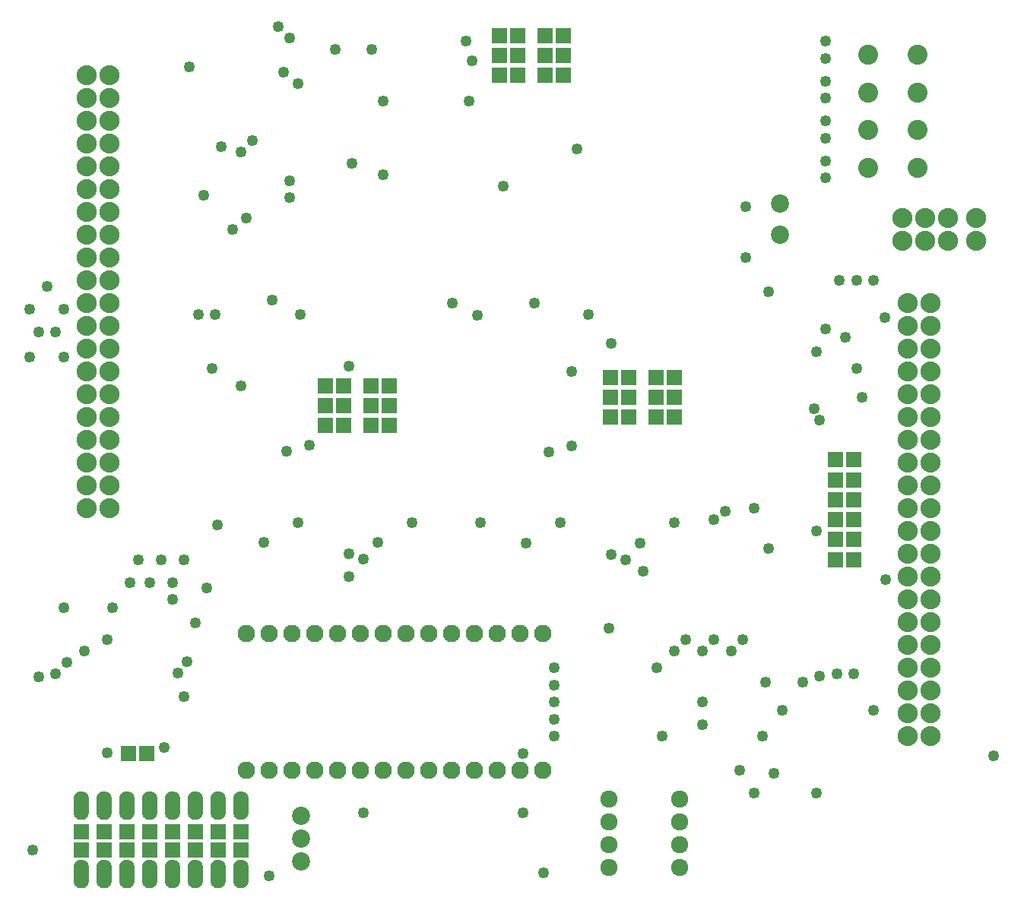
<source format=gbs>
G04 MADE WITH FRITZING*
G04 WWW.FRITZING.ORG*
G04 DOUBLE SIDED*
G04 HOLES PLATED*
G04 CONTOUR ON CENTER OF CONTOUR VECTOR*
%ASAXBY*%
%FSLAX23Y23*%
%MOIN*%
%OFA0B0*%
%SFA1.0B1.0*%
%ADD10C,0.049370*%
%ADD11C,0.079685*%
%ADD12C,0.075748*%
%ADD13C,0.088000*%
%ADD14C,0.076889*%
%ADD15C,0.068189*%
%ADD16C,0.087559*%
%ADD17R,0.065118X0.069055*%
%ADD18R,0.069055X0.065118*%
%ADD19R,0.001000X0.001000*%
%LNMASK0*%
G90*
G70*
G54D10*
X3671Y2348D03*
X3483Y2173D03*
X2346Y1035D03*
X1383Y3748D03*
X1546Y3748D03*
X846Y2348D03*
X971Y2273D03*
X83Y997D03*
X696Y1011D03*
X721Y910D03*
X383Y1160D03*
X633Y685D03*
X383Y661D03*
X1508Y398D03*
X2208Y398D03*
X58Y235D03*
X1096Y123D03*
G54D11*
X3333Y2935D03*
X3333Y3073D03*
G54D10*
X158Y1010D03*
X208Y1060D03*
X734Y1061D03*
X283Y1110D03*
X196Y1298D03*
X409Y1300D03*
X4272Y649D03*
X483Y1410D03*
X721Y1510D03*
X671Y1410D03*
X621Y1510D03*
X571Y1410D03*
X521Y1510D03*
X196Y2398D03*
X46Y2398D03*
X83Y2510D03*
X158Y2510D03*
X46Y2610D03*
X121Y2710D03*
X196Y2610D03*
X2596Y2460D03*
G54D12*
X2896Y160D03*
X2896Y260D03*
X2896Y360D03*
X2896Y460D03*
X2583Y160D03*
X2583Y260D03*
X2583Y360D03*
X2583Y460D03*
G54D13*
X4196Y3010D03*
X4196Y2910D03*
X3871Y3010D03*
X3971Y3010D03*
X4071Y3010D03*
X3871Y2910D03*
X3971Y2910D03*
X4071Y2910D03*
G54D10*
X2870Y1671D03*
X2021Y1673D03*
X2720Y1584D03*
X2221Y1584D03*
X2320Y1984D03*
X2008Y2584D03*
X2496Y2585D03*
X2370Y1671D03*
X2420Y2009D03*
G54D13*
X296Y3635D03*
X296Y3535D03*
X296Y3435D03*
X296Y3335D03*
X296Y3235D03*
X296Y3135D03*
X296Y3035D03*
X296Y2935D03*
X296Y2835D03*
X296Y2735D03*
X296Y2635D03*
X296Y2535D03*
X296Y2435D03*
X296Y2335D03*
X296Y2235D03*
X296Y2135D03*
X296Y2035D03*
X296Y1935D03*
X296Y1835D03*
X296Y1735D03*
X296Y3635D03*
X296Y3535D03*
X296Y3435D03*
X296Y3335D03*
X296Y3235D03*
X296Y3135D03*
X296Y3035D03*
X296Y2935D03*
X296Y2835D03*
X296Y2735D03*
X296Y2635D03*
X296Y2535D03*
X296Y2435D03*
X296Y2335D03*
X296Y2235D03*
X296Y2135D03*
X296Y2035D03*
X296Y1935D03*
X296Y1835D03*
X296Y1735D03*
X396Y1735D03*
X396Y1835D03*
X396Y1935D03*
X396Y2035D03*
X396Y2135D03*
X396Y2235D03*
X396Y2335D03*
X396Y2435D03*
X396Y2535D03*
X396Y2635D03*
X396Y2735D03*
X396Y2835D03*
X396Y2935D03*
X396Y3035D03*
X396Y3135D03*
X396Y3235D03*
X396Y3335D03*
X396Y3435D03*
X396Y3535D03*
X396Y3635D03*
X3996Y735D03*
X3996Y835D03*
X3996Y935D03*
X3996Y1035D03*
X3996Y1135D03*
X3996Y1235D03*
X3996Y1335D03*
X3996Y1435D03*
X3996Y1535D03*
X3996Y1635D03*
X3996Y1735D03*
X3996Y1835D03*
X3996Y1935D03*
X3996Y2035D03*
X3996Y2135D03*
X3996Y2235D03*
X3996Y2335D03*
X3996Y2435D03*
X3996Y2535D03*
X3996Y2635D03*
X3996Y735D03*
X3996Y835D03*
X3996Y935D03*
X3996Y1035D03*
X3996Y1135D03*
X3996Y1235D03*
X3996Y1335D03*
X3996Y1435D03*
X3996Y1535D03*
X3996Y1635D03*
X3996Y1735D03*
X3996Y1835D03*
X3996Y1935D03*
X3996Y2035D03*
X3996Y2135D03*
X3996Y2235D03*
X3996Y2335D03*
X3996Y2435D03*
X3996Y2535D03*
X3996Y2635D03*
X3896Y2635D03*
X3896Y2535D03*
X3896Y2435D03*
X3896Y2335D03*
X3896Y2235D03*
X3896Y2135D03*
X3896Y2035D03*
X3896Y1935D03*
X3896Y1835D03*
X3896Y1735D03*
X3896Y1635D03*
X3896Y1535D03*
X3896Y1435D03*
X3896Y1335D03*
X3896Y1235D03*
X3896Y1135D03*
X3896Y1035D03*
X3896Y935D03*
X3896Y835D03*
X3896Y735D03*
G54D14*
X995Y585D03*
X1095Y585D03*
X1195Y585D03*
X1295Y585D03*
X1395Y585D03*
X1495Y585D03*
X1595Y585D03*
X1695Y585D03*
X1795Y585D03*
X1895Y585D03*
X1995Y585D03*
X2095Y585D03*
X2195Y585D03*
X2295Y585D03*
X995Y1185D03*
X1095Y1185D03*
X1195Y1185D03*
X1295Y1185D03*
X1395Y1185D03*
X1495Y1185D03*
X1595Y1185D03*
X1695Y1185D03*
X1795Y1185D03*
X1895Y1185D03*
X1995Y1185D03*
X2095Y1185D03*
X2195Y1185D03*
X2295Y1185D03*
G54D15*
X271Y130D03*
X371Y130D03*
X871Y130D03*
X971Y130D03*
X471Y130D03*
X571Y130D03*
X771Y130D03*
X671Y130D03*
X971Y430D03*
X871Y430D03*
X771Y430D03*
X671Y430D03*
X571Y430D03*
X471Y430D03*
X371Y430D03*
X271Y430D03*
G54D10*
X2345Y960D03*
X2345Y885D03*
X2345Y810D03*
X2345Y735D03*
X821Y1385D03*
X670Y1335D03*
X770Y1234D03*
X2208Y660D03*
X2297Y136D03*
X2819Y735D03*
X3258Y735D03*
X3170Y1160D03*
X3120Y1110D03*
X3045Y1160D03*
X2995Y1110D03*
X2920Y1160D03*
X2870Y1110D03*
X3220Y485D03*
X3308Y573D03*
X3271Y973D03*
X3158Y585D03*
X2795Y1035D03*
G54D16*
X3721Y3726D03*
X3937Y3726D03*
X3721Y3560D03*
X3937Y3560D03*
X3721Y3395D03*
X3937Y3395D03*
G54D10*
X3533Y3785D03*
X3533Y3185D03*
X3533Y3260D03*
X3533Y3360D03*
X3533Y3435D03*
X3533Y3610D03*
X3533Y3710D03*
X3533Y3535D03*
X2995Y785D03*
X2995Y885D03*
X3658Y1010D03*
X3346Y848D03*
X3746Y848D03*
X3696Y2223D03*
X3496Y2423D03*
G54D11*
X1233Y185D03*
X1233Y285D03*
X1233Y385D03*
G54D10*
X3221Y1735D03*
X3621Y2485D03*
X3797Y1422D03*
X3508Y2123D03*
X3796Y2573D03*
X3746Y2735D03*
X3283Y2685D03*
X3596Y2735D03*
X3671Y2735D03*
X3583Y1010D03*
X3508Y998D03*
X3433Y973D03*
X3496Y485D03*
X3533Y2523D03*
X1446Y2360D03*
X1720Y1674D03*
X869Y1662D03*
X1570Y1586D03*
X1070Y1586D03*
X1170Y1986D03*
X857Y2586D03*
X1232Y2586D03*
X1220Y1674D03*
X1270Y2011D03*
X2421Y2335D03*
X1445Y1537D03*
X1446Y1435D03*
X1507Y1512D03*
X2596Y1534D03*
X2733Y1460D03*
X2658Y1510D03*
X1108Y2648D03*
X783Y2585D03*
X2258Y2635D03*
X1898Y2637D03*
X1958Y3785D03*
X1221Y3598D03*
X1183Y3798D03*
X1133Y3848D03*
X746Y3673D03*
X883Y3323D03*
X1021Y3348D03*
X971Y3298D03*
X1458Y3248D03*
X1596Y3198D03*
X1158Y3648D03*
X1183Y3173D03*
X2583Y1210D03*
X2121Y3148D03*
X1183Y3098D03*
X3283Y1560D03*
X808Y3110D03*
X3046Y1685D03*
X933Y2960D03*
X996Y3010D03*
X3096Y1723D03*
X1596Y3523D03*
X1983Y3699D03*
X2445Y3311D03*
X3183Y3060D03*
X1970Y3521D03*
G54D16*
X3721Y3230D03*
X3937Y3230D03*
G54D10*
X3183Y2835D03*
X3496Y1635D03*
G54D17*
X3658Y1510D03*
X3578Y1510D03*
X3658Y1598D03*
X3578Y1598D03*
X3658Y1685D03*
X3578Y1685D03*
X3658Y1773D03*
X3578Y1773D03*
X3658Y1860D03*
X3578Y1860D03*
X3658Y1948D03*
X3578Y1948D03*
X478Y660D03*
X558Y660D03*
G54D18*
X471Y316D03*
X471Y235D03*
X371Y316D03*
X371Y235D03*
X271Y316D03*
X271Y235D03*
X571Y316D03*
X571Y235D03*
X671Y316D03*
X671Y235D03*
X871Y316D03*
X871Y235D03*
X971Y316D03*
X971Y235D03*
X771Y316D03*
X771Y235D03*
G54D17*
X2183Y3635D03*
X2103Y3635D03*
X2671Y2135D03*
X2590Y2135D03*
X1421Y2098D03*
X1340Y2098D03*
X2183Y3723D03*
X2103Y3723D03*
X2671Y2223D03*
X2590Y2223D03*
X1421Y2185D03*
X1340Y2185D03*
X2183Y3810D03*
X2103Y3810D03*
X2671Y2310D03*
X2590Y2310D03*
X1421Y2273D03*
X1340Y2273D03*
X2383Y3635D03*
X2303Y3635D03*
X2871Y2135D03*
X2790Y2135D03*
X1621Y2098D03*
X1540Y2098D03*
X2383Y3723D03*
X2303Y3723D03*
X2871Y2223D03*
X2790Y2223D03*
X1621Y2185D03*
X1540Y2185D03*
X2383Y3810D03*
X2303Y3810D03*
X2871Y2310D03*
X2790Y2310D03*
X1621Y2273D03*
X1540Y2273D03*
G54D19*
X266Y493D02*
X275Y493D01*
X366Y493D02*
X375Y493D01*
X466Y493D02*
X475Y493D01*
X566Y493D02*
X575Y493D01*
X666Y493D02*
X675Y493D01*
X766Y493D02*
X774Y493D01*
X866Y493D02*
X874Y493D01*
X966Y493D02*
X974Y493D01*
X261Y492D02*
X279Y492D01*
X361Y492D02*
X379Y492D01*
X461Y492D02*
X479Y492D01*
X561Y492D02*
X579Y492D01*
X661Y492D02*
X679Y492D01*
X761Y492D02*
X779Y492D01*
X861Y492D02*
X879Y492D01*
X961Y492D02*
X979Y492D01*
X259Y491D02*
X282Y491D01*
X359Y491D02*
X382Y491D01*
X459Y491D02*
X482Y491D01*
X559Y491D02*
X582Y491D01*
X658Y491D02*
X682Y491D01*
X758Y491D02*
X782Y491D01*
X858Y491D02*
X882Y491D01*
X958Y491D02*
X982Y491D01*
X256Y490D02*
X284Y490D01*
X356Y490D02*
X384Y490D01*
X456Y490D02*
X484Y490D01*
X556Y490D02*
X584Y490D01*
X656Y490D02*
X684Y490D01*
X756Y490D02*
X784Y490D01*
X856Y490D02*
X884Y490D01*
X956Y490D02*
X984Y490D01*
X254Y489D02*
X286Y489D01*
X354Y489D02*
X386Y489D01*
X454Y489D02*
X486Y489D01*
X554Y489D02*
X586Y489D01*
X654Y489D02*
X686Y489D01*
X754Y489D02*
X786Y489D01*
X854Y489D02*
X886Y489D01*
X954Y489D02*
X986Y489D01*
X253Y488D02*
X288Y488D01*
X353Y488D02*
X388Y488D01*
X453Y488D02*
X488Y488D01*
X552Y488D02*
X588Y488D01*
X652Y488D02*
X688Y488D01*
X752Y488D02*
X788Y488D01*
X852Y488D02*
X888Y488D01*
X952Y488D02*
X988Y488D01*
X251Y487D02*
X290Y487D01*
X351Y487D02*
X390Y487D01*
X451Y487D02*
X490Y487D01*
X551Y487D02*
X590Y487D01*
X651Y487D02*
X689Y487D01*
X751Y487D02*
X789Y487D01*
X851Y487D02*
X889Y487D01*
X951Y487D02*
X989Y487D01*
X250Y486D02*
X291Y486D01*
X350Y486D02*
X391Y486D01*
X450Y486D02*
X491Y486D01*
X550Y486D02*
X591Y486D01*
X650Y486D02*
X691Y486D01*
X750Y486D02*
X791Y486D01*
X850Y486D02*
X891Y486D01*
X950Y486D02*
X991Y486D01*
X248Y485D02*
X292Y485D01*
X348Y485D02*
X392Y485D01*
X448Y485D02*
X492Y485D01*
X548Y485D02*
X592Y485D01*
X648Y485D02*
X692Y485D01*
X748Y485D02*
X792Y485D01*
X848Y485D02*
X892Y485D01*
X948Y485D02*
X992Y485D01*
X247Y484D02*
X293Y484D01*
X347Y484D02*
X393Y484D01*
X447Y484D02*
X493Y484D01*
X547Y484D02*
X593Y484D01*
X647Y484D02*
X693Y484D01*
X747Y484D02*
X793Y484D01*
X847Y484D02*
X893Y484D01*
X947Y484D02*
X993Y484D01*
X246Y483D02*
X294Y483D01*
X346Y483D02*
X394Y483D01*
X446Y483D02*
X494Y483D01*
X546Y483D02*
X594Y483D01*
X646Y483D02*
X694Y483D01*
X746Y483D02*
X794Y483D01*
X846Y483D02*
X894Y483D01*
X946Y483D02*
X994Y483D01*
X245Y482D02*
X295Y482D01*
X345Y482D02*
X395Y482D01*
X445Y482D02*
X495Y482D01*
X545Y482D02*
X595Y482D01*
X645Y482D02*
X695Y482D01*
X745Y482D02*
X795Y482D01*
X845Y482D02*
X895Y482D01*
X945Y482D02*
X995Y482D01*
X245Y481D02*
X296Y481D01*
X345Y481D02*
X396Y481D01*
X445Y481D02*
X496Y481D01*
X544Y481D02*
X596Y481D01*
X644Y481D02*
X696Y481D01*
X744Y481D02*
X796Y481D01*
X844Y481D02*
X896Y481D01*
X944Y481D02*
X996Y481D01*
X244Y480D02*
X297Y480D01*
X344Y480D02*
X397Y480D01*
X444Y480D02*
X497Y480D01*
X544Y480D02*
X597Y480D01*
X644Y480D02*
X697Y480D01*
X744Y480D02*
X797Y480D01*
X844Y480D02*
X897Y480D01*
X944Y480D02*
X997Y480D01*
X243Y479D02*
X298Y479D01*
X343Y479D02*
X398Y479D01*
X443Y479D02*
X498Y479D01*
X543Y479D02*
X597Y479D01*
X643Y479D02*
X697Y479D01*
X743Y479D02*
X797Y479D01*
X843Y479D02*
X897Y479D01*
X943Y479D02*
X997Y479D01*
X242Y478D02*
X298Y478D01*
X342Y478D02*
X398Y478D01*
X442Y478D02*
X498Y478D01*
X542Y478D02*
X598Y478D01*
X642Y478D02*
X698Y478D01*
X742Y478D02*
X798Y478D01*
X842Y478D02*
X898Y478D01*
X942Y478D02*
X998Y478D01*
X242Y477D02*
X299Y477D01*
X342Y477D02*
X399Y477D01*
X442Y477D02*
X499Y477D01*
X542Y477D02*
X599Y477D01*
X642Y477D02*
X699Y477D01*
X742Y477D02*
X799Y477D01*
X842Y477D02*
X899Y477D01*
X942Y477D02*
X999Y477D01*
X241Y476D02*
X299Y476D01*
X341Y476D02*
X399Y476D01*
X441Y476D02*
X499Y476D01*
X541Y476D02*
X599Y476D01*
X641Y476D02*
X699Y476D01*
X741Y476D02*
X799Y476D01*
X841Y476D02*
X899Y476D01*
X941Y476D02*
X999Y476D01*
X241Y475D02*
X300Y475D01*
X341Y475D02*
X400Y475D01*
X441Y475D02*
X500Y475D01*
X541Y475D02*
X600Y475D01*
X641Y475D02*
X700Y475D01*
X741Y475D02*
X800Y475D01*
X841Y475D02*
X900Y475D01*
X941Y475D02*
X1000Y475D01*
X240Y474D02*
X300Y474D01*
X340Y474D02*
X400Y474D01*
X440Y474D02*
X500Y474D01*
X540Y474D02*
X600Y474D01*
X640Y474D02*
X700Y474D01*
X740Y474D02*
X800Y474D01*
X840Y474D02*
X900Y474D01*
X940Y474D02*
X1000Y474D01*
X240Y473D02*
X301Y473D01*
X340Y473D02*
X401Y473D01*
X440Y473D02*
X501Y473D01*
X540Y473D02*
X601Y473D01*
X640Y473D02*
X701Y473D01*
X740Y473D02*
X801Y473D01*
X840Y473D02*
X901Y473D01*
X940Y473D02*
X1001Y473D01*
X239Y472D02*
X301Y472D01*
X339Y472D02*
X401Y472D01*
X439Y472D02*
X501Y472D01*
X539Y472D02*
X601Y472D01*
X639Y472D02*
X701Y472D01*
X739Y472D02*
X801Y472D01*
X839Y472D02*
X901Y472D01*
X939Y472D02*
X1001Y472D01*
X239Y471D02*
X302Y471D01*
X339Y471D02*
X402Y471D01*
X439Y471D02*
X502Y471D01*
X539Y471D02*
X602Y471D01*
X639Y471D02*
X702Y471D01*
X739Y471D02*
X802Y471D01*
X839Y471D02*
X902Y471D01*
X939Y471D02*
X1002Y471D01*
X239Y470D02*
X302Y470D01*
X339Y470D02*
X402Y470D01*
X438Y470D02*
X502Y470D01*
X538Y470D02*
X602Y470D01*
X638Y470D02*
X702Y470D01*
X738Y470D02*
X802Y470D01*
X838Y470D02*
X902Y470D01*
X938Y470D02*
X1002Y470D01*
X238Y469D02*
X302Y469D01*
X338Y469D02*
X402Y469D01*
X438Y469D02*
X502Y469D01*
X538Y469D02*
X602Y469D01*
X638Y469D02*
X702Y469D01*
X738Y469D02*
X802Y469D01*
X838Y469D02*
X902Y469D01*
X938Y469D02*
X1002Y469D01*
X238Y468D02*
X303Y468D01*
X338Y468D02*
X403Y468D01*
X438Y468D02*
X503Y468D01*
X538Y468D02*
X603Y468D01*
X638Y468D02*
X703Y468D01*
X738Y468D02*
X803Y468D01*
X838Y468D02*
X903Y468D01*
X938Y468D02*
X1003Y468D01*
X238Y467D02*
X303Y467D01*
X338Y467D02*
X403Y467D01*
X438Y467D02*
X503Y467D01*
X538Y467D02*
X603Y467D01*
X638Y467D02*
X703Y467D01*
X738Y467D02*
X803Y467D01*
X838Y467D02*
X903Y467D01*
X938Y467D02*
X1003Y467D01*
X237Y466D02*
X303Y466D01*
X337Y466D02*
X403Y466D01*
X437Y466D02*
X503Y466D01*
X537Y466D02*
X603Y466D01*
X637Y466D02*
X703Y466D01*
X737Y466D02*
X803Y466D01*
X837Y466D02*
X903Y466D01*
X937Y466D02*
X1003Y466D01*
X237Y465D02*
X303Y465D01*
X337Y465D02*
X403Y465D01*
X437Y465D02*
X503Y465D01*
X537Y465D02*
X603Y465D01*
X637Y465D02*
X703Y465D01*
X737Y465D02*
X803Y465D01*
X837Y465D02*
X903Y465D01*
X937Y465D02*
X1003Y465D01*
X237Y464D02*
X303Y464D01*
X337Y464D02*
X403Y464D01*
X437Y464D02*
X503Y464D01*
X537Y464D02*
X603Y464D01*
X637Y464D02*
X703Y464D01*
X737Y464D02*
X803Y464D01*
X837Y464D02*
X903Y464D01*
X937Y464D02*
X1003Y464D01*
X237Y463D02*
X304Y463D01*
X337Y463D02*
X404Y463D01*
X437Y463D02*
X504Y463D01*
X537Y463D02*
X604Y463D01*
X637Y463D02*
X704Y463D01*
X737Y463D02*
X804Y463D01*
X837Y463D02*
X904Y463D01*
X937Y463D02*
X1004Y463D01*
X237Y462D02*
X304Y462D01*
X337Y462D02*
X404Y462D01*
X437Y462D02*
X504Y462D01*
X537Y462D02*
X604Y462D01*
X637Y462D02*
X704Y462D01*
X737Y462D02*
X804Y462D01*
X837Y462D02*
X904Y462D01*
X937Y462D02*
X1004Y462D01*
X237Y461D02*
X304Y461D01*
X337Y461D02*
X404Y461D01*
X437Y461D02*
X504Y461D01*
X537Y461D02*
X604Y461D01*
X637Y461D02*
X704Y461D01*
X737Y461D02*
X804Y461D01*
X837Y461D02*
X904Y461D01*
X937Y461D02*
X1004Y461D01*
X237Y460D02*
X304Y460D01*
X337Y460D02*
X404Y460D01*
X437Y460D02*
X504Y460D01*
X537Y460D02*
X604Y460D01*
X637Y460D02*
X704Y460D01*
X737Y460D02*
X804Y460D01*
X837Y460D02*
X904Y460D01*
X937Y460D02*
X1004Y460D01*
X237Y459D02*
X304Y459D01*
X337Y459D02*
X404Y459D01*
X437Y459D02*
X504Y459D01*
X537Y459D02*
X604Y459D01*
X637Y459D02*
X704Y459D01*
X737Y459D02*
X804Y459D01*
X837Y459D02*
X904Y459D01*
X937Y459D02*
X1004Y459D01*
X237Y458D02*
X304Y458D01*
X337Y458D02*
X404Y458D01*
X437Y458D02*
X504Y458D01*
X537Y458D02*
X604Y458D01*
X637Y458D02*
X704Y458D01*
X737Y458D02*
X804Y458D01*
X837Y458D02*
X904Y458D01*
X937Y458D02*
X1004Y458D01*
X237Y457D02*
X304Y457D01*
X337Y457D02*
X404Y457D01*
X437Y457D02*
X504Y457D01*
X537Y457D02*
X604Y457D01*
X637Y457D02*
X704Y457D01*
X737Y457D02*
X804Y457D01*
X837Y457D02*
X904Y457D01*
X937Y457D02*
X1004Y457D01*
X237Y456D02*
X304Y456D01*
X337Y456D02*
X404Y456D01*
X437Y456D02*
X504Y456D01*
X537Y456D02*
X604Y456D01*
X637Y456D02*
X704Y456D01*
X737Y456D02*
X804Y456D01*
X837Y456D02*
X904Y456D01*
X937Y456D02*
X1004Y456D01*
X237Y455D02*
X304Y455D01*
X337Y455D02*
X404Y455D01*
X437Y455D02*
X504Y455D01*
X537Y455D02*
X604Y455D01*
X637Y455D02*
X704Y455D01*
X737Y455D02*
X804Y455D01*
X837Y455D02*
X904Y455D01*
X937Y455D02*
X1004Y455D01*
X237Y454D02*
X304Y454D01*
X337Y454D02*
X404Y454D01*
X437Y454D02*
X504Y454D01*
X537Y454D02*
X604Y454D01*
X637Y454D02*
X704Y454D01*
X737Y454D02*
X804Y454D01*
X837Y454D02*
X904Y454D01*
X937Y454D02*
X1004Y454D01*
X237Y453D02*
X304Y453D01*
X337Y453D02*
X404Y453D01*
X437Y453D02*
X504Y453D01*
X537Y453D02*
X604Y453D01*
X637Y453D02*
X704Y453D01*
X737Y453D02*
X804Y453D01*
X837Y453D02*
X904Y453D01*
X937Y453D02*
X1004Y453D01*
X237Y452D02*
X304Y452D01*
X337Y452D02*
X404Y452D01*
X437Y452D02*
X504Y452D01*
X537Y452D02*
X604Y452D01*
X637Y452D02*
X704Y452D01*
X737Y452D02*
X804Y452D01*
X837Y452D02*
X904Y452D01*
X937Y452D02*
X1004Y452D01*
X237Y451D02*
X304Y451D01*
X337Y451D02*
X404Y451D01*
X437Y451D02*
X504Y451D01*
X537Y451D02*
X604Y451D01*
X637Y451D02*
X704Y451D01*
X737Y451D02*
X804Y451D01*
X837Y451D02*
X904Y451D01*
X937Y451D02*
X1004Y451D01*
X237Y450D02*
X304Y450D01*
X337Y450D02*
X404Y450D01*
X437Y450D02*
X504Y450D01*
X537Y450D02*
X604Y450D01*
X637Y450D02*
X704Y450D01*
X737Y450D02*
X804Y450D01*
X837Y450D02*
X904Y450D01*
X937Y450D02*
X1004Y450D01*
X237Y449D02*
X304Y449D01*
X337Y449D02*
X404Y449D01*
X437Y449D02*
X504Y449D01*
X537Y449D02*
X604Y449D01*
X637Y449D02*
X704Y449D01*
X737Y449D02*
X804Y449D01*
X837Y449D02*
X904Y449D01*
X937Y449D02*
X1004Y449D01*
X237Y448D02*
X304Y448D01*
X337Y448D02*
X404Y448D01*
X437Y448D02*
X504Y448D01*
X537Y448D02*
X604Y448D01*
X637Y448D02*
X704Y448D01*
X737Y448D02*
X804Y448D01*
X837Y448D02*
X904Y448D01*
X937Y448D02*
X1004Y448D01*
X237Y447D02*
X304Y447D01*
X337Y447D02*
X404Y447D01*
X437Y447D02*
X504Y447D01*
X537Y447D02*
X604Y447D01*
X637Y447D02*
X704Y447D01*
X737Y447D02*
X804Y447D01*
X837Y447D02*
X904Y447D01*
X937Y447D02*
X1004Y447D01*
X237Y446D02*
X304Y446D01*
X337Y446D02*
X404Y446D01*
X437Y446D02*
X504Y446D01*
X537Y446D02*
X604Y446D01*
X637Y446D02*
X704Y446D01*
X737Y446D02*
X804Y446D01*
X837Y446D02*
X904Y446D01*
X937Y446D02*
X1004Y446D01*
X237Y445D02*
X304Y445D01*
X337Y445D02*
X404Y445D01*
X437Y445D02*
X504Y445D01*
X537Y445D02*
X604Y445D01*
X637Y445D02*
X704Y445D01*
X737Y445D02*
X804Y445D01*
X837Y445D02*
X904Y445D01*
X937Y445D02*
X1004Y445D01*
X237Y444D02*
X267Y444D01*
X274Y444D02*
X304Y444D01*
X337Y444D02*
X367Y444D01*
X374Y444D02*
X404Y444D01*
X437Y444D02*
X467Y444D01*
X474Y444D02*
X504Y444D01*
X537Y444D02*
X567Y444D01*
X574Y444D02*
X604Y444D01*
X637Y444D02*
X667Y444D01*
X674Y444D02*
X704Y444D01*
X737Y444D02*
X767Y444D01*
X774Y444D02*
X804Y444D01*
X837Y444D02*
X867Y444D01*
X874Y444D02*
X904Y444D01*
X937Y444D02*
X967Y444D01*
X974Y444D02*
X1004Y444D01*
X237Y443D02*
X264Y443D01*
X277Y443D02*
X304Y443D01*
X337Y443D02*
X364Y443D01*
X377Y443D02*
X404Y443D01*
X437Y443D02*
X464Y443D01*
X477Y443D02*
X504Y443D01*
X537Y443D02*
X564Y443D01*
X577Y443D02*
X604Y443D01*
X637Y443D02*
X664Y443D01*
X677Y443D02*
X704Y443D01*
X737Y443D02*
X764Y443D01*
X777Y443D02*
X804Y443D01*
X837Y443D02*
X864Y443D01*
X877Y443D02*
X904Y443D01*
X937Y443D02*
X964Y443D01*
X977Y443D02*
X1004Y443D01*
X237Y442D02*
X262Y442D01*
X279Y442D02*
X304Y442D01*
X337Y442D02*
X362Y442D01*
X379Y442D02*
X404Y442D01*
X437Y442D02*
X462Y442D01*
X479Y442D02*
X504Y442D01*
X537Y442D02*
X562Y442D01*
X579Y442D02*
X604Y442D01*
X637Y442D02*
X662Y442D01*
X678Y442D02*
X704Y442D01*
X737Y442D02*
X762Y442D01*
X778Y442D02*
X804Y442D01*
X837Y442D02*
X862Y442D01*
X878Y442D02*
X904Y442D01*
X937Y442D02*
X962Y442D01*
X978Y442D02*
X1004Y442D01*
X237Y441D02*
X261Y441D01*
X280Y441D02*
X304Y441D01*
X337Y441D02*
X361Y441D01*
X380Y441D02*
X404Y441D01*
X437Y441D02*
X461Y441D01*
X480Y441D02*
X504Y441D01*
X537Y441D02*
X561Y441D01*
X580Y441D02*
X604Y441D01*
X637Y441D02*
X661Y441D01*
X680Y441D02*
X704Y441D01*
X737Y441D02*
X761Y441D01*
X780Y441D02*
X804Y441D01*
X837Y441D02*
X861Y441D01*
X880Y441D02*
X904Y441D01*
X937Y441D02*
X961Y441D01*
X980Y441D02*
X1004Y441D01*
X237Y440D02*
X260Y440D01*
X281Y440D02*
X304Y440D01*
X337Y440D02*
X360Y440D01*
X381Y440D02*
X404Y440D01*
X437Y440D02*
X460Y440D01*
X481Y440D02*
X504Y440D01*
X537Y440D02*
X560Y440D01*
X581Y440D02*
X604Y440D01*
X637Y440D02*
X660Y440D01*
X681Y440D02*
X704Y440D01*
X737Y440D02*
X760Y440D01*
X781Y440D02*
X804Y440D01*
X837Y440D02*
X860Y440D01*
X881Y440D02*
X904Y440D01*
X937Y440D02*
X960Y440D01*
X981Y440D02*
X1004Y440D01*
X237Y439D02*
X259Y439D01*
X282Y439D02*
X304Y439D01*
X337Y439D02*
X359Y439D01*
X382Y439D02*
X404Y439D01*
X437Y439D02*
X459Y439D01*
X482Y439D02*
X504Y439D01*
X537Y439D02*
X559Y439D01*
X582Y439D02*
X604Y439D01*
X637Y439D02*
X659Y439D01*
X682Y439D02*
X704Y439D01*
X737Y439D02*
X759Y439D01*
X782Y439D02*
X804Y439D01*
X837Y439D02*
X859Y439D01*
X882Y439D02*
X904Y439D01*
X937Y439D02*
X959Y439D01*
X982Y439D02*
X1004Y439D01*
X237Y438D02*
X258Y438D01*
X283Y438D02*
X304Y438D01*
X337Y438D02*
X358Y438D01*
X383Y438D02*
X404Y438D01*
X437Y438D02*
X458Y438D01*
X483Y438D02*
X504Y438D01*
X537Y438D02*
X558Y438D01*
X583Y438D02*
X604Y438D01*
X637Y438D02*
X658Y438D01*
X682Y438D02*
X704Y438D01*
X737Y438D02*
X758Y438D01*
X782Y438D02*
X804Y438D01*
X837Y438D02*
X858Y438D01*
X882Y438D02*
X904Y438D01*
X937Y438D02*
X958Y438D01*
X982Y438D02*
X1004Y438D01*
X237Y437D02*
X257Y437D01*
X283Y437D02*
X304Y437D01*
X337Y437D02*
X357Y437D01*
X383Y437D02*
X404Y437D01*
X437Y437D02*
X457Y437D01*
X483Y437D02*
X504Y437D01*
X537Y437D02*
X557Y437D01*
X583Y437D02*
X604Y437D01*
X637Y437D02*
X657Y437D01*
X683Y437D02*
X704Y437D01*
X737Y437D02*
X757Y437D01*
X783Y437D02*
X804Y437D01*
X837Y437D02*
X857Y437D01*
X883Y437D02*
X904Y437D01*
X937Y437D02*
X957Y437D01*
X983Y437D02*
X1004Y437D01*
X237Y436D02*
X257Y436D01*
X284Y436D02*
X304Y436D01*
X337Y436D02*
X357Y436D01*
X384Y436D02*
X404Y436D01*
X437Y436D02*
X457Y436D01*
X484Y436D02*
X504Y436D01*
X537Y436D02*
X557Y436D01*
X584Y436D02*
X604Y436D01*
X637Y436D02*
X657Y436D01*
X684Y436D02*
X704Y436D01*
X737Y436D02*
X757Y436D01*
X784Y436D02*
X804Y436D01*
X837Y436D02*
X857Y436D01*
X884Y436D02*
X904Y436D01*
X937Y436D02*
X957Y436D01*
X984Y436D02*
X1004Y436D01*
X237Y435D02*
X256Y435D01*
X284Y435D02*
X304Y435D01*
X337Y435D02*
X356Y435D01*
X384Y435D02*
X404Y435D01*
X437Y435D02*
X456Y435D01*
X484Y435D02*
X504Y435D01*
X537Y435D02*
X556Y435D01*
X584Y435D02*
X604Y435D01*
X637Y435D02*
X656Y435D01*
X684Y435D02*
X704Y435D01*
X737Y435D02*
X756Y435D01*
X784Y435D02*
X804Y435D01*
X837Y435D02*
X856Y435D01*
X884Y435D02*
X904Y435D01*
X937Y435D02*
X956Y435D01*
X984Y435D02*
X1004Y435D01*
X237Y434D02*
X256Y434D01*
X284Y434D02*
X304Y434D01*
X337Y434D02*
X356Y434D01*
X384Y434D02*
X404Y434D01*
X437Y434D02*
X456Y434D01*
X484Y434D02*
X504Y434D01*
X537Y434D02*
X556Y434D01*
X584Y434D02*
X604Y434D01*
X637Y434D02*
X656Y434D01*
X684Y434D02*
X704Y434D01*
X737Y434D02*
X756Y434D01*
X784Y434D02*
X804Y434D01*
X837Y434D02*
X856Y434D01*
X884Y434D02*
X904Y434D01*
X937Y434D02*
X956Y434D01*
X984Y434D02*
X1004Y434D01*
X237Y433D02*
X256Y433D01*
X285Y433D02*
X304Y433D01*
X337Y433D02*
X356Y433D01*
X385Y433D02*
X404Y433D01*
X437Y433D02*
X456Y433D01*
X485Y433D02*
X504Y433D01*
X537Y433D02*
X556Y433D01*
X585Y433D02*
X604Y433D01*
X637Y433D02*
X656Y433D01*
X685Y433D02*
X704Y433D01*
X737Y433D02*
X756Y433D01*
X785Y433D02*
X804Y433D01*
X837Y433D02*
X856Y433D01*
X885Y433D02*
X904Y433D01*
X937Y433D02*
X956Y433D01*
X985Y433D02*
X1004Y433D01*
X237Y432D02*
X256Y432D01*
X285Y432D02*
X304Y432D01*
X337Y432D02*
X356Y432D01*
X385Y432D02*
X404Y432D01*
X437Y432D02*
X456Y432D01*
X485Y432D02*
X504Y432D01*
X537Y432D02*
X556Y432D01*
X585Y432D02*
X604Y432D01*
X637Y432D02*
X656Y432D01*
X685Y432D02*
X704Y432D01*
X737Y432D02*
X756Y432D01*
X785Y432D02*
X804Y432D01*
X837Y432D02*
X856Y432D01*
X885Y432D02*
X904Y432D01*
X937Y432D02*
X956Y432D01*
X985Y432D02*
X1004Y432D01*
X237Y431D02*
X256Y431D01*
X285Y431D02*
X304Y431D01*
X337Y431D02*
X356Y431D01*
X385Y431D02*
X404Y431D01*
X437Y431D02*
X456Y431D01*
X485Y431D02*
X504Y431D01*
X537Y431D02*
X556Y431D01*
X585Y431D02*
X604Y431D01*
X637Y431D02*
X656Y431D01*
X685Y431D02*
X704Y431D01*
X737Y431D02*
X756Y431D01*
X785Y431D02*
X804Y431D01*
X837Y431D02*
X856Y431D01*
X885Y431D02*
X904Y431D01*
X937Y431D02*
X956Y431D01*
X985Y431D02*
X1004Y431D01*
X237Y430D02*
X256Y430D01*
X285Y430D02*
X304Y430D01*
X337Y430D02*
X356Y430D01*
X385Y430D02*
X404Y430D01*
X437Y430D02*
X456Y430D01*
X485Y430D02*
X504Y430D01*
X537Y430D02*
X556Y430D01*
X585Y430D02*
X604Y430D01*
X637Y430D02*
X656Y430D01*
X685Y430D02*
X704Y430D01*
X737Y430D02*
X756Y430D01*
X785Y430D02*
X804Y430D01*
X837Y430D02*
X856Y430D01*
X885Y430D02*
X904Y430D01*
X937Y430D02*
X956Y430D01*
X985Y430D02*
X1004Y430D01*
X237Y429D02*
X256Y429D01*
X285Y429D02*
X304Y429D01*
X337Y429D02*
X356Y429D01*
X385Y429D02*
X404Y429D01*
X437Y429D02*
X456Y429D01*
X485Y429D02*
X504Y429D01*
X537Y429D02*
X556Y429D01*
X585Y429D02*
X604Y429D01*
X637Y429D02*
X656Y429D01*
X685Y429D02*
X704Y429D01*
X737Y429D02*
X756Y429D01*
X785Y429D02*
X804Y429D01*
X837Y429D02*
X856Y429D01*
X885Y429D02*
X904Y429D01*
X937Y429D02*
X956Y429D01*
X985Y429D02*
X1004Y429D01*
X237Y428D02*
X256Y428D01*
X285Y428D02*
X304Y428D01*
X337Y428D02*
X356Y428D01*
X385Y428D02*
X404Y428D01*
X437Y428D02*
X456Y428D01*
X485Y428D02*
X504Y428D01*
X537Y428D02*
X556Y428D01*
X585Y428D02*
X604Y428D01*
X637Y428D02*
X656Y428D01*
X685Y428D02*
X704Y428D01*
X737Y428D02*
X756Y428D01*
X785Y428D02*
X804Y428D01*
X837Y428D02*
X856Y428D01*
X885Y428D02*
X904Y428D01*
X937Y428D02*
X956Y428D01*
X985Y428D02*
X1004Y428D01*
X237Y427D02*
X256Y427D01*
X285Y427D02*
X304Y427D01*
X337Y427D02*
X356Y427D01*
X385Y427D02*
X404Y427D01*
X437Y427D02*
X456Y427D01*
X485Y427D02*
X504Y427D01*
X537Y427D02*
X556Y427D01*
X584Y427D02*
X604Y427D01*
X637Y427D02*
X656Y427D01*
X684Y427D02*
X704Y427D01*
X737Y427D02*
X756Y427D01*
X784Y427D02*
X804Y427D01*
X837Y427D02*
X856Y427D01*
X884Y427D02*
X904Y427D01*
X937Y427D02*
X956Y427D01*
X984Y427D02*
X1004Y427D01*
X237Y426D02*
X256Y426D01*
X284Y426D02*
X304Y426D01*
X337Y426D02*
X356Y426D01*
X384Y426D02*
X404Y426D01*
X437Y426D02*
X456Y426D01*
X484Y426D02*
X504Y426D01*
X537Y426D02*
X556Y426D01*
X584Y426D02*
X604Y426D01*
X637Y426D02*
X656Y426D01*
X684Y426D02*
X704Y426D01*
X737Y426D02*
X756Y426D01*
X784Y426D02*
X804Y426D01*
X837Y426D02*
X856Y426D01*
X884Y426D02*
X904Y426D01*
X937Y426D02*
X956Y426D01*
X984Y426D02*
X1004Y426D01*
X237Y425D02*
X257Y425D01*
X284Y425D02*
X304Y425D01*
X337Y425D02*
X357Y425D01*
X384Y425D02*
X404Y425D01*
X437Y425D02*
X457Y425D01*
X484Y425D02*
X504Y425D01*
X537Y425D02*
X557Y425D01*
X584Y425D02*
X604Y425D01*
X637Y425D02*
X657Y425D01*
X684Y425D02*
X704Y425D01*
X737Y425D02*
X757Y425D01*
X784Y425D02*
X804Y425D01*
X837Y425D02*
X857Y425D01*
X884Y425D02*
X904Y425D01*
X937Y425D02*
X957Y425D01*
X984Y425D02*
X1004Y425D01*
X237Y424D02*
X257Y424D01*
X283Y424D02*
X304Y424D01*
X337Y424D02*
X357Y424D01*
X383Y424D02*
X404Y424D01*
X437Y424D02*
X457Y424D01*
X483Y424D02*
X504Y424D01*
X537Y424D02*
X557Y424D01*
X583Y424D02*
X604Y424D01*
X637Y424D02*
X657Y424D01*
X683Y424D02*
X704Y424D01*
X737Y424D02*
X757Y424D01*
X783Y424D02*
X804Y424D01*
X837Y424D02*
X857Y424D01*
X883Y424D02*
X904Y424D01*
X937Y424D02*
X957Y424D01*
X983Y424D02*
X1004Y424D01*
X237Y423D02*
X258Y423D01*
X283Y423D02*
X304Y423D01*
X337Y423D02*
X358Y423D01*
X383Y423D02*
X404Y423D01*
X437Y423D02*
X458Y423D01*
X483Y423D02*
X504Y423D01*
X537Y423D02*
X558Y423D01*
X583Y423D02*
X604Y423D01*
X637Y423D02*
X658Y423D01*
X683Y423D02*
X704Y423D01*
X737Y423D02*
X758Y423D01*
X783Y423D02*
X804Y423D01*
X837Y423D02*
X858Y423D01*
X883Y423D02*
X904Y423D01*
X937Y423D02*
X958Y423D01*
X983Y423D02*
X1004Y423D01*
X237Y422D02*
X258Y422D01*
X282Y422D02*
X304Y422D01*
X337Y422D02*
X358Y422D01*
X382Y422D02*
X404Y422D01*
X437Y422D02*
X458Y422D01*
X482Y422D02*
X504Y422D01*
X537Y422D02*
X558Y422D01*
X582Y422D02*
X604Y422D01*
X637Y422D02*
X658Y422D01*
X682Y422D02*
X704Y422D01*
X737Y422D02*
X758Y422D01*
X782Y422D02*
X804Y422D01*
X837Y422D02*
X858Y422D01*
X882Y422D02*
X904Y422D01*
X937Y422D02*
X958Y422D01*
X982Y422D02*
X1004Y422D01*
X237Y421D02*
X259Y421D01*
X281Y421D02*
X304Y421D01*
X337Y421D02*
X359Y421D01*
X381Y421D02*
X404Y421D01*
X437Y421D02*
X459Y421D01*
X481Y421D02*
X504Y421D01*
X537Y421D02*
X559Y421D01*
X581Y421D02*
X604Y421D01*
X637Y421D02*
X659Y421D01*
X681Y421D02*
X704Y421D01*
X737Y421D02*
X759Y421D01*
X781Y421D02*
X804Y421D01*
X837Y421D02*
X859Y421D01*
X881Y421D02*
X904Y421D01*
X937Y421D02*
X959Y421D01*
X981Y421D02*
X1004Y421D01*
X237Y420D02*
X260Y420D01*
X280Y420D02*
X304Y420D01*
X337Y420D02*
X360Y420D01*
X380Y420D02*
X404Y420D01*
X437Y420D02*
X460Y420D01*
X480Y420D02*
X504Y420D01*
X537Y420D02*
X560Y420D01*
X580Y420D02*
X604Y420D01*
X637Y420D02*
X660Y420D01*
X680Y420D02*
X704Y420D01*
X737Y420D02*
X760Y420D01*
X780Y420D02*
X804Y420D01*
X837Y420D02*
X860Y420D01*
X880Y420D02*
X904Y420D01*
X937Y420D02*
X960Y420D01*
X980Y420D02*
X1004Y420D01*
X237Y419D02*
X261Y419D01*
X279Y419D02*
X304Y419D01*
X337Y419D02*
X361Y419D01*
X379Y419D02*
X404Y419D01*
X437Y419D02*
X461Y419D01*
X479Y419D02*
X504Y419D01*
X537Y419D02*
X561Y419D01*
X579Y419D02*
X604Y419D01*
X637Y419D02*
X661Y419D01*
X679Y419D02*
X704Y419D01*
X737Y419D02*
X761Y419D01*
X779Y419D02*
X804Y419D01*
X837Y419D02*
X861Y419D01*
X879Y419D02*
X904Y419D01*
X937Y419D02*
X961Y419D01*
X979Y419D02*
X1004Y419D01*
X237Y418D02*
X263Y418D01*
X278Y418D02*
X304Y418D01*
X337Y418D02*
X363Y418D01*
X378Y418D02*
X404Y418D01*
X437Y418D02*
X463Y418D01*
X478Y418D02*
X504Y418D01*
X537Y418D02*
X563Y418D01*
X578Y418D02*
X604Y418D01*
X637Y418D02*
X663Y418D01*
X678Y418D02*
X704Y418D01*
X737Y418D02*
X763Y418D01*
X778Y418D02*
X804Y418D01*
X837Y418D02*
X863Y418D01*
X878Y418D02*
X904Y418D01*
X937Y418D02*
X963Y418D01*
X978Y418D02*
X1004Y418D01*
X237Y417D02*
X265Y417D01*
X276Y417D02*
X304Y417D01*
X337Y417D02*
X365Y417D01*
X376Y417D02*
X404Y417D01*
X437Y417D02*
X465Y417D01*
X476Y417D02*
X504Y417D01*
X537Y417D02*
X565Y417D01*
X576Y417D02*
X604Y417D01*
X637Y417D02*
X665Y417D01*
X676Y417D02*
X704Y417D01*
X737Y417D02*
X765Y417D01*
X776Y417D02*
X804Y417D01*
X837Y417D02*
X865Y417D01*
X876Y417D02*
X904Y417D01*
X937Y417D02*
X965Y417D01*
X976Y417D02*
X1004Y417D01*
X237Y416D02*
X304Y416D01*
X337Y416D02*
X404Y416D01*
X437Y416D02*
X504Y416D01*
X537Y416D02*
X604Y416D01*
X637Y416D02*
X704Y416D01*
X737Y416D02*
X804Y416D01*
X837Y416D02*
X904Y416D01*
X937Y416D02*
X1004Y416D01*
X237Y415D02*
X304Y415D01*
X337Y415D02*
X404Y415D01*
X437Y415D02*
X504Y415D01*
X537Y415D02*
X604Y415D01*
X637Y415D02*
X704Y415D01*
X737Y415D02*
X804Y415D01*
X837Y415D02*
X904Y415D01*
X937Y415D02*
X1004Y415D01*
X237Y414D02*
X304Y414D01*
X337Y414D02*
X404Y414D01*
X437Y414D02*
X504Y414D01*
X537Y414D02*
X604Y414D01*
X637Y414D02*
X704Y414D01*
X737Y414D02*
X804Y414D01*
X837Y414D02*
X904Y414D01*
X937Y414D02*
X1004Y414D01*
X237Y413D02*
X304Y413D01*
X337Y413D02*
X404Y413D01*
X437Y413D02*
X504Y413D01*
X537Y413D02*
X604Y413D01*
X637Y413D02*
X704Y413D01*
X737Y413D02*
X804Y413D01*
X837Y413D02*
X904Y413D01*
X937Y413D02*
X1004Y413D01*
X237Y412D02*
X304Y412D01*
X337Y412D02*
X404Y412D01*
X437Y412D02*
X504Y412D01*
X537Y412D02*
X604Y412D01*
X637Y412D02*
X704Y412D01*
X737Y412D02*
X804Y412D01*
X837Y412D02*
X904Y412D01*
X937Y412D02*
X1004Y412D01*
X237Y411D02*
X304Y411D01*
X337Y411D02*
X404Y411D01*
X437Y411D02*
X504Y411D01*
X537Y411D02*
X604Y411D01*
X637Y411D02*
X704Y411D01*
X737Y411D02*
X804Y411D01*
X837Y411D02*
X904Y411D01*
X937Y411D02*
X1004Y411D01*
X237Y410D02*
X304Y410D01*
X337Y410D02*
X404Y410D01*
X437Y410D02*
X504Y410D01*
X537Y410D02*
X604Y410D01*
X637Y410D02*
X704Y410D01*
X737Y410D02*
X804Y410D01*
X837Y410D02*
X904Y410D01*
X937Y410D02*
X1004Y410D01*
X237Y409D02*
X304Y409D01*
X337Y409D02*
X404Y409D01*
X437Y409D02*
X504Y409D01*
X537Y409D02*
X604Y409D01*
X637Y409D02*
X704Y409D01*
X737Y409D02*
X804Y409D01*
X837Y409D02*
X904Y409D01*
X937Y409D02*
X1004Y409D01*
X237Y408D02*
X304Y408D01*
X337Y408D02*
X404Y408D01*
X437Y408D02*
X504Y408D01*
X537Y408D02*
X604Y408D01*
X637Y408D02*
X704Y408D01*
X737Y408D02*
X804Y408D01*
X837Y408D02*
X904Y408D01*
X937Y408D02*
X1004Y408D01*
X237Y407D02*
X304Y407D01*
X337Y407D02*
X404Y407D01*
X437Y407D02*
X504Y407D01*
X537Y407D02*
X604Y407D01*
X637Y407D02*
X704Y407D01*
X737Y407D02*
X804Y407D01*
X837Y407D02*
X904Y407D01*
X937Y407D02*
X1004Y407D01*
X237Y406D02*
X304Y406D01*
X337Y406D02*
X404Y406D01*
X437Y406D02*
X504Y406D01*
X537Y406D02*
X604Y406D01*
X637Y406D02*
X704Y406D01*
X737Y406D02*
X804Y406D01*
X837Y406D02*
X904Y406D01*
X937Y406D02*
X1004Y406D01*
X237Y405D02*
X304Y405D01*
X337Y405D02*
X404Y405D01*
X437Y405D02*
X504Y405D01*
X537Y405D02*
X604Y405D01*
X637Y405D02*
X704Y405D01*
X737Y405D02*
X804Y405D01*
X837Y405D02*
X904Y405D01*
X937Y405D02*
X1004Y405D01*
X237Y404D02*
X304Y404D01*
X337Y404D02*
X404Y404D01*
X437Y404D02*
X504Y404D01*
X537Y404D02*
X604Y404D01*
X637Y404D02*
X704Y404D01*
X737Y404D02*
X804Y404D01*
X837Y404D02*
X904Y404D01*
X937Y404D02*
X1004Y404D01*
X237Y403D02*
X304Y403D01*
X337Y403D02*
X404Y403D01*
X437Y403D02*
X504Y403D01*
X537Y403D02*
X604Y403D01*
X637Y403D02*
X704Y403D01*
X737Y403D02*
X804Y403D01*
X837Y403D02*
X904Y403D01*
X937Y403D02*
X1004Y403D01*
X237Y402D02*
X304Y402D01*
X337Y402D02*
X404Y402D01*
X437Y402D02*
X504Y402D01*
X537Y402D02*
X604Y402D01*
X637Y402D02*
X704Y402D01*
X737Y402D02*
X804Y402D01*
X837Y402D02*
X904Y402D01*
X937Y402D02*
X1004Y402D01*
X237Y401D02*
X304Y401D01*
X337Y401D02*
X404Y401D01*
X437Y401D02*
X504Y401D01*
X537Y401D02*
X604Y401D01*
X637Y401D02*
X704Y401D01*
X737Y401D02*
X804Y401D01*
X837Y401D02*
X904Y401D01*
X937Y401D02*
X1004Y401D01*
X237Y400D02*
X304Y400D01*
X337Y400D02*
X404Y400D01*
X437Y400D02*
X504Y400D01*
X537Y400D02*
X604Y400D01*
X637Y400D02*
X704Y400D01*
X737Y400D02*
X804Y400D01*
X837Y400D02*
X904Y400D01*
X937Y400D02*
X1004Y400D01*
X237Y399D02*
X304Y399D01*
X337Y399D02*
X404Y399D01*
X437Y399D02*
X504Y399D01*
X537Y399D02*
X604Y399D01*
X637Y399D02*
X704Y399D01*
X737Y399D02*
X804Y399D01*
X837Y399D02*
X904Y399D01*
X937Y399D02*
X1004Y399D01*
X237Y398D02*
X304Y398D01*
X337Y398D02*
X404Y398D01*
X437Y398D02*
X504Y398D01*
X537Y398D02*
X604Y398D01*
X637Y398D02*
X704Y398D01*
X737Y398D02*
X804Y398D01*
X837Y398D02*
X904Y398D01*
X937Y398D02*
X1004Y398D01*
X237Y397D02*
X304Y397D01*
X337Y397D02*
X404Y397D01*
X437Y397D02*
X504Y397D01*
X537Y397D02*
X604Y397D01*
X637Y397D02*
X704Y397D01*
X737Y397D02*
X803Y397D01*
X837Y397D02*
X903Y397D01*
X937Y397D02*
X1003Y397D01*
X237Y396D02*
X303Y396D01*
X337Y396D02*
X403Y396D01*
X437Y396D02*
X503Y396D01*
X537Y396D02*
X603Y396D01*
X637Y396D02*
X703Y396D01*
X737Y396D02*
X803Y396D01*
X837Y396D02*
X903Y396D01*
X937Y396D02*
X1003Y396D01*
X237Y395D02*
X303Y395D01*
X337Y395D02*
X403Y395D01*
X437Y395D02*
X503Y395D01*
X537Y395D02*
X603Y395D01*
X637Y395D02*
X703Y395D01*
X737Y395D02*
X803Y395D01*
X837Y395D02*
X903Y395D01*
X937Y395D02*
X1003Y395D01*
X238Y394D02*
X303Y394D01*
X337Y394D02*
X403Y394D01*
X437Y394D02*
X503Y394D01*
X537Y394D02*
X603Y394D01*
X637Y394D02*
X703Y394D01*
X737Y394D02*
X803Y394D01*
X837Y394D02*
X903Y394D01*
X937Y394D02*
X1003Y394D01*
X238Y393D02*
X303Y393D01*
X338Y393D02*
X403Y393D01*
X438Y393D02*
X503Y393D01*
X538Y393D02*
X603Y393D01*
X638Y393D02*
X703Y393D01*
X738Y393D02*
X803Y393D01*
X838Y393D02*
X903Y393D01*
X938Y393D02*
X1003Y393D01*
X238Y392D02*
X303Y392D01*
X338Y392D02*
X403Y392D01*
X438Y392D02*
X502Y392D01*
X538Y392D02*
X602Y392D01*
X638Y392D02*
X702Y392D01*
X738Y392D02*
X802Y392D01*
X838Y392D02*
X902Y392D01*
X938Y392D02*
X1002Y392D01*
X238Y391D02*
X302Y391D01*
X338Y391D02*
X402Y391D01*
X438Y391D02*
X502Y391D01*
X538Y391D02*
X602Y391D01*
X638Y391D02*
X702Y391D01*
X738Y391D02*
X802Y391D01*
X838Y391D02*
X902Y391D01*
X938Y391D02*
X1002Y391D01*
X239Y390D02*
X302Y390D01*
X339Y390D02*
X402Y390D01*
X439Y390D02*
X502Y390D01*
X539Y390D02*
X602Y390D01*
X639Y390D02*
X702Y390D01*
X739Y390D02*
X802Y390D01*
X839Y390D02*
X902Y390D01*
X939Y390D02*
X1002Y390D01*
X239Y389D02*
X302Y389D01*
X339Y389D02*
X402Y389D01*
X439Y389D02*
X501Y389D01*
X539Y389D02*
X601Y389D01*
X639Y389D02*
X701Y389D01*
X739Y389D02*
X801Y389D01*
X839Y389D02*
X901Y389D01*
X939Y389D02*
X1001Y389D01*
X239Y388D02*
X301Y388D01*
X339Y388D02*
X401Y388D01*
X439Y388D02*
X501Y388D01*
X539Y388D02*
X601Y388D01*
X639Y388D02*
X701Y388D01*
X739Y388D02*
X801Y388D01*
X839Y388D02*
X901Y388D01*
X939Y388D02*
X1001Y388D01*
X240Y387D02*
X301Y387D01*
X340Y387D02*
X401Y387D01*
X440Y387D02*
X501Y387D01*
X540Y387D02*
X601Y387D01*
X640Y387D02*
X701Y387D01*
X740Y387D02*
X801Y387D01*
X840Y387D02*
X901Y387D01*
X940Y387D02*
X1001Y387D01*
X240Y386D02*
X300Y386D01*
X340Y386D02*
X400Y386D01*
X440Y386D02*
X500Y386D01*
X540Y386D02*
X600Y386D01*
X640Y386D02*
X700Y386D01*
X740Y386D02*
X800Y386D01*
X840Y386D02*
X900Y386D01*
X940Y386D02*
X1000Y386D01*
X241Y385D02*
X300Y385D01*
X341Y385D02*
X400Y385D01*
X441Y385D02*
X500Y385D01*
X541Y385D02*
X600Y385D01*
X641Y385D02*
X700Y385D01*
X741Y385D02*
X800Y385D01*
X841Y385D02*
X900Y385D01*
X941Y385D02*
X1000Y385D01*
X241Y384D02*
X299Y384D01*
X341Y384D02*
X399Y384D01*
X441Y384D02*
X499Y384D01*
X541Y384D02*
X599Y384D01*
X641Y384D02*
X699Y384D01*
X741Y384D02*
X799Y384D01*
X841Y384D02*
X899Y384D01*
X941Y384D02*
X999Y384D01*
X242Y383D02*
X299Y383D01*
X342Y383D02*
X399Y383D01*
X442Y383D02*
X499Y383D01*
X542Y383D02*
X599Y383D01*
X642Y383D02*
X699Y383D01*
X742Y383D02*
X798Y383D01*
X842Y383D02*
X898Y383D01*
X942Y383D02*
X998Y383D01*
X243Y382D02*
X298Y382D01*
X343Y382D02*
X398Y382D01*
X443Y382D02*
X498Y382D01*
X543Y382D02*
X598Y382D01*
X643Y382D02*
X698Y382D01*
X743Y382D02*
X798Y382D01*
X843Y382D02*
X898Y382D01*
X943Y382D02*
X998Y382D01*
X243Y381D02*
X297Y381D01*
X343Y381D02*
X397Y381D01*
X443Y381D02*
X497Y381D01*
X543Y381D02*
X597Y381D01*
X643Y381D02*
X697Y381D01*
X743Y381D02*
X797Y381D01*
X843Y381D02*
X897Y381D01*
X943Y381D02*
X997Y381D01*
X244Y380D02*
X296Y380D01*
X344Y380D02*
X396Y380D01*
X444Y380D02*
X496Y380D01*
X544Y380D02*
X596Y380D01*
X644Y380D02*
X696Y380D01*
X744Y380D02*
X796Y380D01*
X844Y380D02*
X896Y380D01*
X944Y380D02*
X996Y380D01*
X245Y379D02*
X296Y379D01*
X345Y379D02*
X396Y379D01*
X445Y379D02*
X496Y379D01*
X545Y379D02*
X596Y379D01*
X645Y379D02*
X696Y379D01*
X745Y379D02*
X796Y379D01*
X845Y379D02*
X896Y379D01*
X945Y379D02*
X996Y379D01*
X246Y378D02*
X295Y378D01*
X346Y378D02*
X395Y378D01*
X446Y378D02*
X495Y378D01*
X546Y378D02*
X595Y378D01*
X646Y378D02*
X695Y378D01*
X746Y378D02*
X795Y378D01*
X846Y378D02*
X895Y378D01*
X946Y378D02*
X995Y378D01*
X247Y377D02*
X294Y377D01*
X347Y377D02*
X394Y377D01*
X447Y377D02*
X494Y377D01*
X547Y377D02*
X594Y377D01*
X647Y377D02*
X694Y377D01*
X747Y377D02*
X794Y377D01*
X847Y377D02*
X894Y377D01*
X947Y377D02*
X994Y377D01*
X248Y376D02*
X293Y376D01*
X348Y376D02*
X393Y376D01*
X448Y376D02*
X493Y376D01*
X548Y376D02*
X593Y376D01*
X648Y376D02*
X693Y376D01*
X748Y376D02*
X793Y376D01*
X848Y376D02*
X893Y376D01*
X948Y376D02*
X993Y376D01*
X249Y375D02*
X292Y375D01*
X349Y375D02*
X392Y375D01*
X449Y375D02*
X492Y375D01*
X549Y375D02*
X592Y375D01*
X649Y375D02*
X692Y375D01*
X749Y375D02*
X792Y375D01*
X849Y375D02*
X892Y375D01*
X949Y375D02*
X992Y375D01*
X250Y374D02*
X290Y374D01*
X350Y374D02*
X390Y374D01*
X450Y374D02*
X490Y374D01*
X550Y374D02*
X590Y374D01*
X650Y374D02*
X690Y374D01*
X750Y374D02*
X790Y374D01*
X850Y374D02*
X890Y374D01*
X950Y374D02*
X990Y374D01*
X252Y373D02*
X289Y373D01*
X352Y373D02*
X389Y373D01*
X452Y373D02*
X489Y373D01*
X552Y373D02*
X589Y373D01*
X652Y373D02*
X689Y373D01*
X752Y373D02*
X789Y373D01*
X852Y373D02*
X889Y373D01*
X951Y373D02*
X989Y373D01*
X253Y372D02*
X287Y372D01*
X353Y372D02*
X387Y372D01*
X453Y372D02*
X487Y372D01*
X553Y372D02*
X587Y372D01*
X653Y372D02*
X687Y372D01*
X753Y372D02*
X787Y372D01*
X853Y372D02*
X887Y372D01*
X953Y372D02*
X987Y372D01*
X255Y371D02*
X286Y371D01*
X355Y371D02*
X386Y371D01*
X455Y371D02*
X486Y371D01*
X555Y371D02*
X585Y371D01*
X655Y371D02*
X685Y371D01*
X755Y371D02*
X785Y371D01*
X855Y371D02*
X885Y371D01*
X955Y371D02*
X985Y371D01*
X257Y370D02*
X283Y370D01*
X357Y370D02*
X383Y370D01*
X457Y370D02*
X483Y370D01*
X557Y370D02*
X583Y370D01*
X657Y370D02*
X683Y370D01*
X757Y370D02*
X783Y370D01*
X857Y370D02*
X883Y370D01*
X957Y370D02*
X983Y370D01*
X260Y369D02*
X281Y369D01*
X360Y369D02*
X381Y369D01*
X460Y369D02*
X481Y369D01*
X560Y369D02*
X581Y369D01*
X660Y369D02*
X681Y369D01*
X760Y369D02*
X781Y369D01*
X860Y369D02*
X881Y369D01*
X960Y369D02*
X981Y369D01*
X263Y368D02*
X278Y368D01*
X363Y368D02*
X377Y368D01*
X463Y368D02*
X477Y368D01*
X563Y368D02*
X577Y368D01*
X663Y368D02*
X677Y368D01*
X763Y368D02*
X777Y368D01*
X863Y368D02*
X877Y368D01*
X963Y368D02*
X977Y368D01*
X266Y193D02*
X275Y193D01*
X366Y193D02*
X375Y193D01*
X466Y193D02*
X475Y193D01*
X566Y193D02*
X575Y193D01*
X666Y193D02*
X675Y193D01*
X766Y193D02*
X774Y193D01*
X866Y193D02*
X874Y193D01*
X966Y193D02*
X974Y193D01*
X261Y192D02*
X279Y192D01*
X361Y192D02*
X379Y192D01*
X461Y192D02*
X479Y192D01*
X561Y192D02*
X579Y192D01*
X661Y192D02*
X679Y192D01*
X761Y192D02*
X779Y192D01*
X861Y192D02*
X879Y192D01*
X961Y192D02*
X979Y192D01*
X259Y191D02*
X282Y191D01*
X359Y191D02*
X382Y191D01*
X459Y191D02*
X482Y191D01*
X559Y191D02*
X582Y191D01*
X658Y191D02*
X682Y191D01*
X758Y191D02*
X782Y191D01*
X858Y191D02*
X882Y191D01*
X958Y191D02*
X982Y191D01*
X256Y190D02*
X284Y190D01*
X356Y190D02*
X384Y190D01*
X456Y190D02*
X484Y190D01*
X556Y190D02*
X584Y190D01*
X656Y190D02*
X684Y190D01*
X756Y190D02*
X784Y190D01*
X856Y190D02*
X884Y190D01*
X956Y190D02*
X984Y190D01*
X254Y189D02*
X286Y189D01*
X354Y189D02*
X386Y189D01*
X454Y189D02*
X486Y189D01*
X554Y189D02*
X586Y189D01*
X654Y189D02*
X686Y189D01*
X754Y189D02*
X786Y189D01*
X854Y189D02*
X886Y189D01*
X954Y189D02*
X986Y189D01*
X253Y188D02*
X288Y188D01*
X353Y188D02*
X388Y188D01*
X453Y188D02*
X488Y188D01*
X552Y188D02*
X588Y188D01*
X652Y188D02*
X688Y188D01*
X752Y188D02*
X788Y188D01*
X852Y188D02*
X888Y188D01*
X952Y188D02*
X988Y188D01*
X251Y187D02*
X290Y187D01*
X351Y187D02*
X390Y187D01*
X451Y187D02*
X490Y187D01*
X551Y187D02*
X590Y187D01*
X651Y187D02*
X689Y187D01*
X751Y187D02*
X789Y187D01*
X851Y187D02*
X889Y187D01*
X951Y187D02*
X989Y187D01*
X250Y186D02*
X291Y186D01*
X350Y186D02*
X391Y186D01*
X450Y186D02*
X491Y186D01*
X550Y186D02*
X591Y186D01*
X650Y186D02*
X691Y186D01*
X750Y186D02*
X791Y186D01*
X850Y186D02*
X891Y186D01*
X950Y186D02*
X991Y186D01*
X248Y185D02*
X292Y185D01*
X348Y185D02*
X392Y185D01*
X448Y185D02*
X492Y185D01*
X548Y185D02*
X592Y185D01*
X648Y185D02*
X692Y185D01*
X748Y185D02*
X792Y185D01*
X848Y185D02*
X892Y185D01*
X948Y185D02*
X992Y185D01*
X247Y184D02*
X293Y184D01*
X347Y184D02*
X393Y184D01*
X447Y184D02*
X493Y184D01*
X547Y184D02*
X593Y184D01*
X647Y184D02*
X693Y184D01*
X747Y184D02*
X793Y184D01*
X847Y184D02*
X893Y184D01*
X947Y184D02*
X993Y184D01*
X246Y183D02*
X294Y183D01*
X346Y183D02*
X394Y183D01*
X446Y183D02*
X494Y183D01*
X546Y183D02*
X594Y183D01*
X646Y183D02*
X694Y183D01*
X746Y183D02*
X794Y183D01*
X846Y183D02*
X894Y183D01*
X946Y183D02*
X994Y183D01*
X245Y182D02*
X295Y182D01*
X345Y182D02*
X395Y182D01*
X445Y182D02*
X495Y182D01*
X545Y182D02*
X595Y182D01*
X645Y182D02*
X695Y182D01*
X745Y182D02*
X795Y182D01*
X845Y182D02*
X895Y182D01*
X945Y182D02*
X995Y182D01*
X245Y181D02*
X296Y181D01*
X345Y181D02*
X396Y181D01*
X445Y181D02*
X496Y181D01*
X544Y181D02*
X596Y181D01*
X644Y181D02*
X696Y181D01*
X744Y181D02*
X796Y181D01*
X844Y181D02*
X896Y181D01*
X944Y181D02*
X996Y181D01*
X244Y180D02*
X297Y180D01*
X344Y180D02*
X397Y180D01*
X444Y180D02*
X497Y180D01*
X544Y180D02*
X597Y180D01*
X644Y180D02*
X697Y180D01*
X744Y180D02*
X797Y180D01*
X844Y180D02*
X897Y180D01*
X944Y180D02*
X997Y180D01*
X243Y179D02*
X298Y179D01*
X343Y179D02*
X398Y179D01*
X443Y179D02*
X498Y179D01*
X543Y179D02*
X597Y179D01*
X643Y179D02*
X697Y179D01*
X743Y179D02*
X797Y179D01*
X843Y179D02*
X897Y179D01*
X943Y179D02*
X997Y179D01*
X242Y178D02*
X298Y178D01*
X342Y178D02*
X398Y178D01*
X442Y178D02*
X498Y178D01*
X542Y178D02*
X598Y178D01*
X642Y178D02*
X698Y178D01*
X742Y178D02*
X798Y178D01*
X842Y178D02*
X898Y178D01*
X942Y178D02*
X998Y178D01*
X242Y177D02*
X299Y177D01*
X342Y177D02*
X399Y177D01*
X442Y177D02*
X499Y177D01*
X542Y177D02*
X599Y177D01*
X642Y177D02*
X699Y177D01*
X742Y177D02*
X799Y177D01*
X842Y177D02*
X899Y177D01*
X942Y177D02*
X999Y177D01*
X241Y176D02*
X299Y176D01*
X341Y176D02*
X399Y176D01*
X441Y176D02*
X499Y176D01*
X541Y176D02*
X599Y176D01*
X641Y176D02*
X699Y176D01*
X741Y176D02*
X799Y176D01*
X841Y176D02*
X899Y176D01*
X941Y176D02*
X999Y176D01*
X241Y175D02*
X300Y175D01*
X341Y175D02*
X400Y175D01*
X441Y175D02*
X500Y175D01*
X541Y175D02*
X600Y175D01*
X641Y175D02*
X700Y175D01*
X741Y175D02*
X800Y175D01*
X841Y175D02*
X900Y175D01*
X941Y175D02*
X1000Y175D01*
X240Y174D02*
X300Y174D01*
X340Y174D02*
X400Y174D01*
X440Y174D02*
X500Y174D01*
X540Y174D02*
X600Y174D01*
X640Y174D02*
X700Y174D01*
X740Y174D02*
X800Y174D01*
X840Y174D02*
X900Y174D01*
X940Y174D02*
X1000Y174D01*
X240Y173D02*
X301Y173D01*
X340Y173D02*
X401Y173D01*
X440Y173D02*
X501Y173D01*
X540Y173D02*
X601Y173D01*
X640Y173D02*
X701Y173D01*
X740Y173D02*
X801Y173D01*
X840Y173D02*
X901Y173D01*
X940Y173D02*
X1001Y173D01*
X239Y172D02*
X301Y172D01*
X339Y172D02*
X401Y172D01*
X439Y172D02*
X501Y172D01*
X539Y172D02*
X601Y172D01*
X639Y172D02*
X701Y172D01*
X739Y172D02*
X801Y172D01*
X839Y172D02*
X901Y172D01*
X939Y172D02*
X1001Y172D01*
X239Y171D02*
X302Y171D01*
X339Y171D02*
X402Y171D01*
X439Y171D02*
X502Y171D01*
X539Y171D02*
X602Y171D01*
X639Y171D02*
X702Y171D01*
X739Y171D02*
X802Y171D01*
X839Y171D02*
X902Y171D01*
X939Y171D02*
X1002Y171D01*
X239Y170D02*
X302Y170D01*
X339Y170D02*
X402Y170D01*
X438Y170D02*
X502Y170D01*
X538Y170D02*
X602Y170D01*
X638Y170D02*
X702Y170D01*
X738Y170D02*
X802Y170D01*
X838Y170D02*
X902Y170D01*
X938Y170D02*
X1002Y170D01*
X238Y169D02*
X302Y169D01*
X338Y169D02*
X402Y169D01*
X438Y169D02*
X502Y169D01*
X538Y169D02*
X602Y169D01*
X638Y169D02*
X702Y169D01*
X738Y169D02*
X802Y169D01*
X838Y169D02*
X902Y169D01*
X938Y169D02*
X1002Y169D01*
X238Y168D02*
X303Y168D01*
X338Y168D02*
X403Y168D01*
X438Y168D02*
X503Y168D01*
X538Y168D02*
X603Y168D01*
X638Y168D02*
X703Y168D01*
X738Y168D02*
X803Y168D01*
X838Y168D02*
X903Y168D01*
X938Y168D02*
X1003Y168D01*
X238Y167D02*
X303Y167D01*
X338Y167D02*
X403Y167D01*
X438Y167D02*
X503Y167D01*
X538Y167D02*
X603Y167D01*
X638Y167D02*
X703Y167D01*
X738Y167D02*
X803Y167D01*
X838Y167D02*
X903Y167D01*
X938Y167D02*
X1003Y167D01*
X237Y166D02*
X303Y166D01*
X337Y166D02*
X403Y166D01*
X437Y166D02*
X503Y166D01*
X537Y166D02*
X603Y166D01*
X637Y166D02*
X703Y166D01*
X737Y166D02*
X803Y166D01*
X837Y166D02*
X903Y166D01*
X937Y166D02*
X1003Y166D01*
X237Y165D02*
X303Y165D01*
X337Y165D02*
X403Y165D01*
X437Y165D02*
X503Y165D01*
X537Y165D02*
X603Y165D01*
X637Y165D02*
X703Y165D01*
X737Y165D02*
X803Y165D01*
X837Y165D02*
X903Y165D01*
X937Y165D02*
X1003Y165D01*
X237Y164D02*
X303Y164D01*
X337Y164D02*
X403Y164D01*
X437Y164D02*
X503Y164D01*
X537Y164D02*
X603Y164D01*
X637Y164D02*
X703Y164D01*
X737Y164D02*
X803Y164D01*
X837Y164D02*
X903Y164D01*
X937Y164D02*
X1003Y164D01*
X237Y163D02*
X304Y163D01*
X337Y163D02*
X404Y163D01*
X437Y163D02*
X504Y163D01*
X537Y163D02*
X604Y163D01*
X637Y163D02*
X704Y163D01*
X737Y163D02*
X804Y163D01*
X837Y163D02*
X904Y163D01*
X937Y163D02*
X1004Y163D01*
X237Y162D02*
X304Y162D01*
X337Y162D02*
X404Y162D01*
X437Y162D02*
X504Y162D01*
X537Y162D02*
X604Y162D01*
X637Y162D02*
X704Y162D01*
X737Y162D02*
X804Y162D01*
X837Y162D02*
X904Y162D01*
X937Y162D02*
X1004Y162D01*
X237Y161D02*
X304Y161D01*
X337Y161D02*
X404Y161D01*
X437Y161D02*
X504Y161D01*
X537Y161D02*
X604Y161D01*
X637Y161D02*
X704Y161D01*
X737Y161D02*
X804Y161D01*
X837Y161D02*
X904Y161D01*
X937Y161D02*
X1004Y161D01*
X237Y160D02*
X304Y160D01*
X337Y160D02*
X404Y160D01*
X437Y160D02*
X504Y160D01*
X537Y160D02*
X604Y160D01*
X637Y160D02*
X704Y160D01*
X737Y160D02*
X804Y160D01*
X837Y160D02*
X904Y160D01*
X937Y160D02*
X1004Y160D01*
X237Y159D02*
X304Y159D01*
X337Y159D02*
X404Y159D01*
X437Y159D02*
X504Y159D01*
X537Y159D02*
X604Y159D01*
X637Y159D02*
X704Y159D01*
X737Y159D02*
X804Y159D01*
X837Y159D02*
X904Y159D01*
X937Y159D02*
X1004Y159D01*
X237Y158D02*
X304Y158D01*
X337Y158D02*
X404Y158D01*
X437Y158D02*
X504Y158D01*
X537Y158D02*
X604Y158D01*
X637Y158D02*
X704Y158D01*
X737Y158D02*
X804Y158D01*
X837Y158D02*
X904Y158D01*
X937Y158D02*
X1004Y158D01*
X237Y157D02*
X304Y157D01*
X337Y157D02*
X404Y157D01*
X437Y157D02*
X504Y157D01*
X537Y157D02*
X604Y157D01*
X637Y157D02*
X704Y157D01*
X737Y157D02*
X804Y157D01*
X837Y157D02*
X904Y157D01*
X937Y157D02*
X1004Y157D01*
X237Y156D02*
X304Y156D01*
X337Y156D02*
X404Y156D01*
X437Y156D02*
X504Y156D01*
X537Y156D02*
X604Y156D01*
X637Y156D02*
X704Y156D01*
X737Y156D02*
X804Y156D01*
X837Y156D02*
X904Y156D01*
X937Y156D02*
X1004Y156D01*
X237Y155D02*
X304Y155D01*
X337Y155D02*
X404Y155D01*
X437Y155D02*
X504Y155D01*
X537Y155D02*
X604Y155D01*
X637Y155D02*
X704Y155D01*
X737Y155D02*
X804Y155D01*
X837Y155D02*
X904Y155D01*
X937Y155D02*
X1004Y155D01*
X237Y154D02*
X304Y154D01*
X337Y154D02*
X404Y154D01*
X437Y154D02*
X504Y154D01*
X537Y154D02*
X604Y154D01*
X637Y154D02*
X704Y154D01*
X737Y154D02*
X804Y154D01*
X837Y154D02*
X904Y154D01*
X937Y154D02*
X1004Y154D01*
X237Y153D02*
X304Y153D01*
X337Y153D02*
X404Y153D01*
X437Y153D02*
X504Y153D01*
X537Y153D02*
X604Y153D01*
X637Y153D02*
X704Y153D01*
X737Y153D02*
X804Y153D01*
X837Y153D02*
X904Y153D01*
X937Y153D02*
X1004Y153D01*
X237Y152D02*
X304Y152D01*
X337Y152D02*
X404Y152D01*
X437Y152D02*
X504Y152D01*
X537Y152D02*
X604Y152D01*
X637Y152D02*
X704Y152D01*
X737Y152D02*
X804Y152D01*
X837Y152D02*
X904Y152D01*
X937Y152D02*
X1004Y152D01*
X237Y151D02*
X304Y151D01*
X337Y151D02*
X404Y151D01*
X437Y151D02*
X504Y151D01*
X537Y151D02*
X604Y151D01*
X637Y151D02*
X704Y151D01*
X737Y151D02*
X804Y151D01*
X837Y151D02*
X904Y151D01*
X937Y151D02*
X1004Y151D01*
X237Y150D02*
X304Y150D01*
X337Y150D02*
X404Y150D01*
X437Y150D02*
X504Y150D01*
X537Y150D02*
X604Y150D01*
X637Y150D02*
X704Y150D01*
X737Y150D02*
X804Y150D01*
X837Y150D02*
X904Y150D01*
X937Y150D02*
X1004Y150D01*
X237Y149D02*
X304Y149D01*
X337Y149D02*
X404Y149D01*
X437Y149D02*
X504Y149D01*
X537Y149D02*
X604Y149D01*
X637Y149D02*
X704Y149D01*
X737Y149D02*
X804Y149D01*
X837Y149D02*
X904Y149D01*
X937Y149D02*
X1004Y149D01*
X237Y148D02*
X304Y148D01*
X337Y148D02*
X404Y148D01*
X437Y148D02*
X504Y148D01*
X537Y148D02*
X604Y148D01*
X637Y148D02*
X704Y148D01*
X737Y148D02*
X804Y148D01*
X837Y148D02*
X904Y148D01*
X937Y148D02*
X1004Y148D01*
X237Y147D02*
X304Y147D01*
X337Y147D02*
X404Y147D01*
X437Y147D02*
X504Y147D01*
X537Y147D02*
X604Y147D01*
X637Y147D02*
X704Y147D01*
X737Y147D02*
X804Y147D01*
X837Y147D02*
X904Y147D01*
X937Y147D02*
X1004Y147D01*
X237Y146D02*
X304Y146D01*
X337Y146D02*
X404Y146D01*
X437Y146D02*
X504Y146D01*
X537Y146D02*
X604Y146D01*
X637Y146D02*
X704Y146D01*
X737Y146D02*
X804Y146D01*
X837Y146D02*
X904Y146D01*
X937Y146D02*
X1004Y146D01*
X237Y145D02*
X304Y145D01*
X337Y145D02*
X404Y145D01*
X437Y145D02*
X504Y145D01*
X537Y145D02*
X604Y145D01*
X637Y145D02*
X704Y145D01*
X737Y145D02*
X804Y145D01*
X837Y145D02*
X904Y145D01*
X937Y145D02*
X1004Y145D01*
X237Y144D02*
X267Y144D01*
X274Y144D02*
X304Y144D01*
X337Y144D02*
X367Y144D01*
X374Y144D02*
X404Y144D01*
X437Y144D02*
X467Y144D01*
X474Y144D02*
X504Y144D01*
X537Y144D02*
X567Y144D01*
X574Y144D02*
X604Y144D01*
X637Y144D02*
X667Y144D01*
X674Y144D02*
X704Y144D01*
X737Y144D02*
X767Y144D01*
X774Y144D02*
X804Y144D01*
X837Y144D02*
X867Y144D01*
X874Y144D02*
X904Y144D01*
X937Y144D02*
X967Y144D01*
X974Y144D02*
X1004Y144D01*
X237Y143D02*
X264Y143D01*
X277Y143D02*
X304Y143D01*
X337Y143D02*
X364Y143D01*
X377Y143D02*
X404Y143D01*
X437Y143D02*
X464Y143D01*
X477Y143D02*
X504Y143D01*
X537Y143D02*
X564Y143D01*
X577Y143D02*
X604Y143D01*
X637Y143D02*
X664Y143D01*
X677Y143D02*
X704Y143D01*
X737Y143D02*
X764Y143D01*
X777Y143D02*
X804Y143D01*
X837Y143D02*
X864Y143D01*
X877Y143D02*
X904Y143D01*
X937Y143D02*
X964Y143D01*
X977Y143D02*
X1004Y143D01*
X237Y142D02*
X262Y142D01*
X279Y142D02*
X304Y142D01*
X337Y142D02*
X362Y142D01*
X379Y142D02*
X404Y142D01*
X437Y142D02*
X462Y142D01*
X479Y142D02*
X504Y142D01*
X537Y142D02*
X562Y142D01*
X579Y142D02*
X604Y142D01*
X637Y142D02*
X662Y142D01*
X678Y142D02*
X704Y142D01*
X737Y142D02*
X762Y142D01*
X778Y142D02*
X804Y142D01*
X837Y142D02*
X862Y142D01*
X878Y142D02*
X904Y142D01*
X937Y142D02*
X962Y142D01*
X978Y142D02*
X1004Y142D01*
X237Y141D02*
X261Y141D01*
X280Y141D02*
X304Y141D01*
X337Y141D02*
X361Y141D01*
X380Y141D02*
X404Y141D01*
X437Y141D02*
X461Y141D01*
X480Y141D02*
X504Y141D01*
X537Y141D02*
X561Y141D01*
X580Y141D02*
X604Y141D01*
X637Y141D02*
X661Y141D01*
X680Y141D02*
X704Y141D01*
X737Y141D02*
X761Y141D01*
X780Y141D02*
X804Y141D01*
X837Y141D02*
X861Y141D01*
X880Y141D02*
X904Y141D01*
X937Y141D02*
X961Y141D01*
X980Y141D02*
X1004Y141D01*
X237Y140D02*
X260Y140D01*
X281Y140D02*
X304Y140D01*
X337Y140D02*
X360Y140D01*
X381Y140D02*
X404Y140D01*
X437Y140D02*
X460Y140D01*
X481Y140D02*
X504Y140D01*
X537Y140D02*
X560Y140D01*
X581Y140D02*
X604Y140D01*
X637Y140D02*
X660Y140D01*
X681Y140D02*
X704Y140D01*
X737Y140D02*
X760Y140D01*
X781Y140D02*
X804Y140D01*
X837Y140D02*
X860Y140D01*
X881Y140D02*
X904Y140D01*
X937Y140D02*
X960Y140D01*
X981Y140D02*
X1004Y140D01*
X237Y139D02*
X259Y139D01*
X282Y139D02*
X304Y139D01*
X337Y139D02*
X359Y139D01*
X382Y139D02*
X404Y139D01*
X437Y139D02*
X459Y139D01*
X482Y139D02*
X504Y139D01*
X537Y139D02*
X559Y139D01*
X582Y139D02*
X604Y139D01*
X637Y139D02*
X659Y139D01*
X682Y139D02*
X704Y139D01*
X737Y139D02*
X759Y139D01*
X782Y139D02*
X804Y139D01*
X837Y139D02*
X859Y139D01*
X882Y139D02*
X904Y139D01*
X937Y139D02*
X959Y139D01*
X982Y139D02*
X1004Y139D01*
X237Y138D02*
X258Y138D01*
X283Y138D02*
X304Y138D01*
X337Y138D02*
X358Y138D01*
X383Y138D02*
X404Y138D01*
X437Y138D02*
X458Y138D01*
X483Y138D02*
X504Y138D01*
X537Y138D02*
X558Y138D01*
X583Y138D02*
X604Y138D01*
X637Y138D02*
X658Y138D01*
X682Y138D02*
X704Y138D01*
X737Y138D02*
X758Y138D01*
X782Y138D02*
X804Y138D01*
X837Y138D02*
X858Y138D01*
X882Y138D02*
X904Y138D01*
X937Y138D02*
X958Y138D01*
X982Y138D02*
X1004Y138D01*
X237Y137D02*
X257Y137D01*
X283Y137D02*
X304Y137D01*
X337Y137D02*
X357Y137D01*
X383Y137D02*
X404Y137D01*
X437Y137D02*
X457Y137D01*
X483Y137D02*
X504Y137D01*
X537Y137D02*
X557Y137D01*
X583Y137D02*
X604Y137D01*
X637Y137D02*
X657Y137D01*
X683Y137D02*
X704Y137D01*
X737Y137D02*
X757Y137D01*
X783Y137D02*
X804Y137D01*
X837Y137D02*
X857Y137D01*
X883Y137D02*
X904Y137D01*
X937Y137D02*
X957Y137D01*
X983Y137D02*
X1004Y137D01*
X237Y136D02*
X257Y136D01*
X284Y136D02*
X304Y136D01*
X337Y136D02*
X357Y136D01*
X384Y136D02*
X404Y136D01*
X437Y136D02*
X457Y136D01*
X484Y136D02*
X504Y136D01*
X537Y136D02*
X557Y136D01*
X584Y136D02*
X604Y136D01*
X637Y136D02*
X657Y136D01*
X684Y136D02*
X704Y136D01*
X737Y136D02*
X757Y136D01*
X784Y136D02*
X804Y136D01*
X837Y136D02*
X857Y136D01*
X884Y136D02*
X904Y136D01*
X937Y136D02*
X957Y136D01*
X984Y136D02*
X1004Y136D01*
X237Y135D02*
X256Y135D01*
X284Y135D02*
X304Y135D01*
X337Y135D02*
X356Y135D01*
X384Y135D02*
X404Y135D01*
X437Y135D02*
X456Y135D01*
X484Y135D02*
X504Y135D01*
X537Y135D02*
X556Y135D01*
X584Y135D02*
X604Y135D01*
X637Y135D02*
X656Y135D01*
X684Y135D02*
X704Y135D01*
X737Y135D02*
X756Y135D01*
X784Y135D02*
X804Y135D01*
X837Y135D02*
X856Y135D01*
X884Y135D02*
X904Y135D01*
X937Y135D02*
X956Y135D01*
X984Y135D02*
X1004Y135D01*
X237Y134D02*
X256Y134D01*
X284Y134D02*
X304Y134D01*
X337Y134D02*
X356Y134D01*
X384Y134D02*
X404Y134D01*
X437Y134D02*
X456Y134D01*
X484Y134D02*
X504Y134D01*
X537Y134D02*
X556Y134D01*
X584Y134D02*
X604Y134D01*
X637Y134D02*
X656Y134D01*
X684Y134D02*
X704Y134D01*
X737Y134D02*
X756Y134D01*
X784Y134D02*
X804Y134D01*
X837Y134D02*
X856Y134D01*
X884Y134D02*
X904Y134D01*
X937Y134D02*
X956Y134D01*
X984Y134D02*
X1004Y134D01*
X237Y133D02*
X256Y133D01*
X285Y133D02*
X304Y133D01*
X337Y133D02*
X356Y133D01*
X385Y133D02*
X404Y133D01*
X437Y133D02*
X456Y133D01*
X485Y133D02*
X504Y133D01*
X537Y133D02*
X556Y133D01*
X585Y133D02*
X604Y133D01*
X637Y133D02*
X656Y133D01*
X685Y133D02*
X704Y133D01*
X737Y133D02*
X756Y133D01*
X785Y133D02*
X804Y133D01*
X837Y133D02*
X856Y133D01*
X885Y133D02*
X904Y133D01*
X937Y133D02*
X956Y133D01*
X985Y133D02*
X1004Y133D01*
X237Y132D02*
X256Y132D01*
X285Y132D02*
X304Y132D01*
X337Y132D02*
X356Y132D01*
X385Y132D02*
X404Y132D01*
X437Y132D02*
X456Y132D01*
X485Y132D02*
X504Y132D01*
X537Y132D02*
X556Y132D01*
X585Y132D02*
X604Y132D01*
X637Y132D02*
X656Y132D01*
X685Y132D02*
X704Y132D01*
X737Y132D02*
X756Y132D01*
X785Y132D02*
X804Y132D01*
X837Y132D02*
X856Y132D01*
X885Y132D02*
X904Y132D01*
X937Y132D02*
X956Y132D01*
X985Y132D02*
X1004Y132D01*
X237Y131D02*
X256Y131D01*
X285Y131D02*
X304Y131D01*
X337Y131D02*
X356Y131D01*
X385Y131D02*
X404Y131D01*
X437Y131D02*
X456Y131D01*
X485Y131D02*
X504Y131D01*
X537Y131D02*
X556Y131D01*
X585Y131D02*
X604Y131D01*
X637Y131D02*
X656Y131D01*
X685Y131D02*
X704Y131D01*
X737Y131D02*
X756Y131D01*
X785Y131D02*
X804Y131D01*
X837Y131D02*
X856Y131D01*
X885Y131D02*
X904Y131D01*
X937Y131D02*
X956Y131D01*
X985Y131D02*
X1004Y131D01*
X237Y130D02*
X256Y130D01*
X285Y130D02*
X304Y130D01*
X337Y130D02*
X356Y130D01*
X385Y130D02*
X404Y130D01*
X437Y130D02*
X456Y130D01*
X485Y130D02*
X504Y130D01*
X537Y130D02*
X556Y130D01*
X585Y130D02*
X604Y130D01*
X637Y130D02*
X656Y130D01*
X685Y130D02*
X704Y130D01*
X737Y130D02*
X756Y130D01*
X785Y130D02*
X804Y130D01*
X837Y130D02*
X856Y130D01*
X885Y130D02*
X904Y130D01*
X937Y130D02*
X956Y130D01*
X985Y130D02*
X1004Y130D01*
X237Y129D02*
X256Y129D01*
X285Y129D02*
X304Y129D01*
X337Y129D02*
X356Y129D01*
X385Y129D02*
X404Y129D01*
X437Y129D02*
X456Y129D01*
X485Y129D02*
X504Y129D01*
X537Y129D02*
X556Y129D01*
X585Y129D02*
X604Y129D01*
X637Y129D02*
X656Y129D01*
X685Y129D02*
X704Y129D01*
X737Y129D02*
X756Y129D01*
X785Y129D02*
X804Y129D01*
X837Y129D02*
X856Y129D01*
X885Y129D02*
X904Y129D01*
X937Y129D02*
X956Y129D01*
X985Y129D02*
X1004Y129D01*
X237Y128D02*
X256Y128D01*
X285Y128D02*
X304Y128D01*
X337Y128D02*
X356Y128D01*
X385Y128D02*
X404Y128D01*
X437Y128D02*
X456Y128D01*
X485Y128D02*
X504Y128D01*
X537Y128D02*
X556Y128D01*
X585Y128D02*
X604Y128D01*
X637Y128D02*
X656Y128D01*
X685Y128D02*
X704Y128D01*
X737Y128D02*
X756Y128D01*
X785Y128D02*
X804Y128D01*
X837Y128D02*
X856Y128D01*
X885Y128D02*
X904Y128D01*
X937Y128D02*
X956Y128D01*
X985Y128D02*
X1004Y128D01*
X237Y127D02*
X256Y127D01*
X285Y127D02*
X304Y127D01*
X337Y127D02*
X356Y127D01*
X385Y127D02*
X404Y127D01*
X437Y127D02*
X456Y127D01*
X485Y127D02*
X504Y127D01*
X537Y127D02*
X556Y127D01*
X584Y127D02*
X604Y127D01*
X637Y127D02*
X656Y127D01*
X684Y127D02*
X704Y127D01*
X737Y127D02*
X756Y127D01*
X784Y127D02*
X804Y127D01*
X837Y127D02*
X856Y127D01*
X884Y127D02*
X904Y127D01*
X937Y127D02*
X956Y127D01*
X984Y127D02*
X1004Y127D01*
X237Y126D02*
X256Y126D01*
X284Y126D02*
X304Y126D01*
X337Y126D02*
X356Y126D01*
X384Y126D02*
X404Y126D01*
X437Y126D02*
X456Y126D01*
X484Y126D02*
X504Y126D01*
X537Y126D02*
X556Y126D01*
X584Y126D02*
X604Y126D01*
X637Y126D02*
X656Y126D01*
X684Y126D02*
X704Y126D01*
X737Y126D02*
X756Y126D01*
X784Y126D02*
X804Y126D01*
X837Y126D02*
X856Y126D01*
X884Y126D02*
X904Y126D01*
X937Y126D02*
X956Y126D01*
X984Y126D02*
X1004Y126D01*
X237Y125D02*
X257Y125D01*
X284Y125D02*
X304Y125D01*
X337Y125D02*
X357Y125D01*
X384Y125D02*
X404Y125D01*
X437Y125D02*
X457Y125D01*
X484Y125D02*
X504Y125D01*
X537Y125D02*
X557Y125D01*
X584Y125D02*
X604Y125D01*
X637Y125D02*
X657Y125D01*
X684Y125D02*
X704Y125D01*
X737Y125D02*
X757Y125D01*
X784Y125D02*
X804Y125D01*
X837Y125D02*
X857Y125D01*
X884Y125D02*
X904Y125D01*
X937Y125D02*
X957Y125D01*
X984Y125D02*
X1004Y125D01*
X237Y124D02*
X257Y124D01*
X283Y124D02*
X304Y124D01*
X337Y124D02*
X357Y124D01*
X383Y124D02*
X404Y124D01*
X437Y124D02*
X457Y124D01*
X483Y124D02*
X504Y124D01*
X537Y124D02*
X557Y124D01*
X583Y124D02*
X604Y124D01*
X637Y124D02*
X657Y124D01*
X683Y124D02*
X704Y124D01*
X737Y124D02*
X757Y124D01*
X783Y124D02*
X804Y124D01*
X837Y124D02*
X857Y124D01*
X883Y124D02*
X904Y124D01*
X937Y124D02*
X957Y124D01*
X983Y124D02*
X1004Y124D01*
X237Y123D02*
X258Y123D01*
X283Y123D02*
X304Y123D01*
X337Y123D02*
X358Y123D01*
X383Y123D02*
X404Y123D01*
X437Y123D02*
X458Y123D01*
X483Y123D02*
X504Y123D01*
X537Y123D02*
X558Y123D01*
X583Y123D02*
X604Y123D01*
X637Y123D02*
X658Y123D01*
X683Y123D02*
X704Y123D01*
X737Y123D02*
X758Y123D01*
X783Y123D02*
X804Y123D01*
X837Y123D02*
X858Y123D01*
X883Y123D02*
X904Y123D01*
X937Y123D02*
X958Y123D01*
X983Y123D02*
X1004Y123D01*
X237Y122D02*
X258Y122D01*
X282Y122D02*
X304Y122D01*
X337Y122D02*
X358Y122D01*
X382Y122D02*
X404Y122D01*
X437Y122D02*
X458Y122D01*
X482Y122D02*
X504Y122D01*
X537Y122D02*
X558Y122D01*
X582Y122D02*
X604Y122D01*
X637Y122D02*
X658Y122D01*
X682Y122D02*
X704Y122D01*
X737Y122D02*
X758Y122D01*
X782Y122D02*
X804Y122D01*
X837Y122D02*
X858Y122D01*
X882Y122D02*
X904Y122D01*
X937Y122D02*
X958Y122D01*
X982Y122D02*
X1004Y122D01*
X237Y121D02*
X259Y121D01*
X281Y121D02*
X304Y121D01*
X337Y121D02*
X359Y121D01*
X381Y121D02*
X404Y121D01*
X437Y121D02*
X459Y121D01*
X481Y121D02*
X504Y121D01*
X537Y121D02*
X559Y121D01*
X581Y121D02*
X604Y121D01*
X637Y121D02*
X659Y121D01*
X681Y121D02*
X704Y121D01*
X737Y121D02*
X759Y121D01*
X781Y121D02*
X804Y121D01*
X837Y121D02*
X859Y121D01*
X881Y121D02*
X904Y121D01*
X937Y121D02*
X959Y121D01*
X981Y121D02*
X1004Y121D01*
X237Y120D02*
X260Y120D01*
X280Y120D02*
X304Y120D01*
X337Y120D02*
X360Y120D01*
X380Y120D02*
X404Y120D01*
X437Y120D02*
X460Y120D01*
X480Y120D02*
X504Y120D01*
X537Y120D02*
X560Y120D01*
X580Y120D02*
X604Y120D01*
X637Y120D02*
X660Y120D01*
X680Y120D02*
X704Y120D01*
X737Y120D02*
X760Y120D01*
X780Y120D02*
X804Y120D01*
X837Y120D02*
X860Y120D01*
X880Y120D02*
X904Y120D01*
X937Y120D02*
X960Y120D01*
X980Y120D02*
X1004Y120D01*
X237Y119D02*
X261Y119D01*
X279Y119D02*
X304Y119D01*
X337Y119D02*
X361Y119D01*
X379Y119D02*
X404Y119D01*
X437Y119D02*
X461Y119D01*
X479Y119D02*
X504Y119D01*
X537Y119D02*
X561Y119D01*
X579Y119D02*
X604Y119D01*
X637Y119D02*
X661Y119D01*
X679Y119D02*
X704Y119D01*
X737Y119D02*
X761Y119D01*
X779Y119D02*
X804Y119D01*
X837Y119D02*
X861Y119D01*
X879Y119D02*
X904Y119D01*
X937Y119D02*
X961Y119D01*
X979Y119D02*
X1004Y119D01*
X237Y118D02*
X263Y118D01*
X278Y118D02*
X304Y118D01*
X337Y118D02*
X363Y118D01*
X378Y118D02*
X404Y118D01*
X437Y118D02*
X463Y118D01*
X478Y118D02*
X504Y118D01*
X537Y118D02*
X563Y118D01*
X578Y118D02*
X604Y118D01*
X637Y118D02*
X663Y118D01*
X678Y118D02*
X704Y118D01*
X737Y118D02*
X763Y118D01*
X778Y118D02*
X804Y118D01*
X837Y118D02*
X863Y118D01*
X878Y118D02*
X904Y118D01*
X937Y118D02*
X963Y118D01*
X978Y118D02*
X1004Y118D01*
X237Y117D02*
X265Y117D01*
X276Y117D02*
X304Y117D01*
X337Y117D02*
X365Y117D01*
X376Y117D02*
X404Y117D01*
X437Y117D02*
X465Y117D01*
X476Y117D02*
X504Y117D01*
X537Y117D02*
X565Y117D01*
X576Y117D02*
X604Y117D01*
X637Y117D02*
X665Y117D01*
X676Y117D02*
X704Y117D01*
X737Y117D02*
X765Y117D01*
X776Y117D02*
X804Y117D01*
X837Y117D02*
X865Y117D01*
X876Y117D02*
X904Y117D01*
X937Y117D02*
X965Y117D01*
X976Y117D02*
X1004Y117D01*
X237Y116D02*
X304Y116D01*
X337Y116D02*
X404Y116D01*
X437Y116D02*
X504Y116D01*
X537Y116D02*
X604Y116D01*
X637Y116D02*
X704Y116D01*
X737Y116D02*
X804Y116D01*
X837Y116D02*
X904Y116D01*
X937Y116D02*
X1004Y116D01*
X237Y115D02*
X304Y115D01*
X337Y115D02*
X404Y115D01*
X437Y115D02*
X504Y115D01*
X537Y115D02*
X604Y115D01*
X637Y115D02*
X704Y115D01*
X737Y115D02*
X804Y115D01*
X837Y115D02*
X904Y115D01*
X937Y115D02*
X1004Y115D01*
X237Y114D02*
X304Y114D01*
X337Y114D02*
X404Y114D01*
X437Y114D02*
X504Y114D01*
X537Y114D02*
X604Y114D01*
X637Y114D02*
X704Y114D01*
X737Y114D02*
X804Y114D01*
X837Y114D02*
X904Y114D01*
X937Y114D02*
X1004Y114D01*
X237Y113D02*
X304Y113D01*
X337Y113D02*
X404Y113D01*
X437Y113D02*
X504Y113D01*
X537Y113D02*
X604Y113D01*
X637Y113D02*
X704Y113D01*
X737Y113D02*
X804Y113D01*
X837Y113D02*
X904Y113D01*
X937Y113D02*
X1004Y113D01*
X237Y112D02*
X304Y112D01*
X337Y112D02*
X404Y112D01*
X437Y112D02*
X504Y112D01*
X537Y112D02*
X604Y112D01*
X637Y112D02*
X704Y112D01*
X737Y112D02*
X804Y112D01*
X837Y112D02*
X904Y112D01*
X937Y112D02*
X1004Y112D01*
X237Y111D02*
X304Y111D01*
X337Y111D02*
X404Y111D01*
X437Y111D02*
X504Y111D01*
X537Y111D02*
X604Y111D01*
X637Y111D02*
X704Y111D01*
X737Y111D02*
X804Y111D01*
X837Y111D02*
X904Y111D01*
X937Y111D02*
X1004Y111D01*
X237Y110D02*
X304Y110D01*
X337Y110D02*
X404Y110D01*
X437Y110D02*
X504Y110D01*
X537Y110D02*
X604Y110D01*
X637Y110D02*
X704Y110D01*
X737Y110D02*
X804Y110D01*
X837Y110D02*
X904Y110D01*
X937Y110D02*
X1004Y110D01*
X237Y109D02*
X304Y109D01*
X337Y109D02*
X404Y109D01*
X437Y109D02*
X504Y109D01*
X537Y109D02*
X604Y109D01*
X637Y109D02*
X704Y109D01*
X737Y109D02*
X804Y109D01*
X837Y109D02*
X904Y109D01*
X937Y109D02*
X1004Y109D01*
X237Y108D02*
X304Y108D01*
X337Y108D02*
X404Y108D01*
X437Y108D02*
X504Y108D01*
X537Y108D02*
X604Y108D01*
X637Y108D02*
X704Y108D01*
X737Y108D02*
X804Y108D01*
X837Y108D02*
X904Y108D01*
X937Y108D02*
X1004Y108D01*
X237Y107D02*
X304Y107D01*
X337Y107D02*
X404Y107D01*
X437Y107D02*
X504Y107D01*
X537Y107D02*
X604Y107D01*
X637Y107D02*
X704Y107D01*
X737Y107D02*
X804Y107D01*
X837Y107D02*
X904Y107D01*
X937Y107D02*
X1004Y107D01*
X237Y106D02*
X304Y106D01*
X337Y106D02*
X404Y106D01*
X437Y106D02*
X504Y106D01*
X537Y106D02*
X604Y106D01*
X637Y106D02*
X704Y106D01*
X737Y106D02*
X804Y106D01*
X837Y106D02*
X904Y106D01*
X937Y106D02*
X1004Y106D01*
X237Y105D02*
X304Y105D01*
X337Y105D02*
X404Y105D01*
X437Y105D02*
X504Y105D01*
X537Y105D02*
X604Y105D01*
X637Y105D02*
X704Y105D01*
X737Y105D02*
X804Y105D01*
X837Y105D02*
X904Y105D01*
X937Y105D02*
X1004Y105D01*
X237Y104D02*
X304Y104D01*
X337Y104D02*
X404Y104D01*
X437Y104D02*
X504Y104D01*
X537Y104D02*
X604Y104D01*
X637Y104D02*
X704Y104D01*
X737Y104D02*
X804Y104D01*
X837Y104D02*
X904Y104D01*
X937Y104D02*
X1004Y104D01*
X237Y103D02*
X304Y103D01*
X337Y103D02*
X404Y103D01*
X437Y103D02*
X504Y103D01*
X537Y103D02*
X604Y103D01*
X637Y103D02*
X704Y103D01*
X737Y103D02*
X804Y103D01*
X837Y103D02*
X904Y103D01*
X937Y103D02*
X1004Y103D01*
X237Y102D02*
X304Y102D01*
X337Y102D02*
X404Y102D01*
X437Y102D02*
X504Y102D01*
X537Y102D02*
X604Y102D01*
X637Y102D02*
X704Y102D01*
X737Y102D02*
X804Y102D01*
X837Y102D02*
X904Y102D01*
X937Y102D02*
X1004Y102D01*
X237Y101D02*
X304Y101D01*
X337Y101D02*
X404Y101D01*
X437Y101D02*
X504Y101D01*
X537Y101D02*
X604Y101D01*
X637Y101D02*
X704Y101D01*
X737Y101D02*
X804Y101D01*
X837Y101D02*
X904Y101D01*
X937Y101D02*
X1004Y101D01*
X237Y100D02*
X304Y100D01*
X337Y100D02*
X404Y100D01*
X437Y100D02*
X504Y100D01*
X537Y100D02*
X604Y100D01*
X637Y100D02*
X704Y100D01*
X737Y100D02*
X804Y100D01*
X837Y100D02*
X904Y100D01*
X937Y100D02*
X1004Y100D01*
X237Y99D02*
X304Y99D01*
X337Y99D02*
X404Y99D01*
X437Y99D02*
X504Y99D01*
X537Y99D02*
X604Y99D01*
X637Y99D02*
X704Y99D01*
X737Y99D02*
X804Y99D01*
X837Y99D02*
X904Y99D01*
X937Y99D02*
X1004Y99D01*
X237Y98D02*
X304Y98D01*
X337Y98D02*
X404Y98D01*
X437Y98D02*
X504Y98D01*
X537Y98D02*
X604Y98D01*
X637Y98D02*
X704Y98D01*
X737Y98D02*
X804Y98D01*
X837Y98D02*
X904Y98D01*
X937Y98D02*
X1004Y98D01*
X237Y97D02*
X304Y97D01*
X337Y97D02*
X404Y97D01*
X437Y97D02*
X504Y97D01*
X537Y97D02*
X604Y97D01*
X637Y97D02*
X704Y97D01*
X737Y97D02*
X803Y97D01*
X837Y97D02*
X903Y97D01*
X937Y97D02*
X1003Y97D01*
X237Y96D02*
X303Y96D01*
X337Y96D02*
X403Y96D01*
X437Y96D02*
X503Y96D01*
X537Y96D02*
X603Y96D01*
X637Y96D02*
X703Y96D01*
X737Y96D02*
X803Y96D01*
X837Y96D02*
X903Y96D01*
X937Y96D02*
X1003Y96D01*
X237Y95D02*
X303Y95D01*
X337Y95D02*
X403Y95D01*
X437Y95D02*
X503Y95D01*
X537Y95D02*
X603Y95D01*
X637Y95D02*
X703Y95D01*
X737Y95D02*
X803Y95D01*
X837Y95D02*
X903Y95D01*
X937Y95D02*
X1003Y95D01*
X238Y94D02*
X303Y94D01*
X337Y94D02*
X403Y94D01*
X437Y94D02*
X503Y94D01*
X537Y94D02*
X603Y94D01*
X637Y94D02*
X703Y94D01*
X737Y94D02*
X803Y94D01*
X837Y94D02*
X903Y94D01*
X937Y94D02*
X1003Y94D01*
X238Y93D02*
X303Y93D01*
X338Y93D02*
X403Y93D01*
X438Y93D02*
X503Y93D01*
X538Y93D02*
X603Y93D01*
X638Y93D02*
X703Y93D01*
X738Y93D02*
X803Y93D01*
X838Y93D02*
X903Y93D01*
X938Y93D02*
X1003Y93D01*
X238Y92D02*
X303Y92D01*
X338Y92D02*
X403Y92D01*
X438Y92D02*
X502Y92D01*
X538Y92D02*
X602Y92D01*
X638Y92D02*
X702Y92D01*
X738Y92D02*
X802Y92D01*
X838Y92D02*
X902Y92D01*
X938Y92D02*
X1002Y92D01*
X238Y91D02*
X302Y91D01*
X338Y91D02*
X402Y91D01*
X438Y91D02*
X502Y91D01*
X538Y91D02*
X602Y91D01*
X638Y91D02*
X702Y91D01*
X738Y91D02*
X802Y91D01*
X838Y91D02*
X902Y91D01*
X938Y91D02*
X1002Y91D01*
X239Y90D02*
X302Y90D01*
X339Y90D02*
X402Y90D01*
X439Y90D02*
X502Y90D01*
X539Y90D02*
X602Y90D01*
X639Y90D02*
X702Y90D01*
X739Y90D02*
X802Y90D01*
X839Y90D02*
X902Y90D01*
X939Y90D02*
X1002Y90D01*
X239Y89D02*
X302Y89D01*
X339Y89D02*
X402Y89D01*
X439Y89D02*
X501Y89D01*
X539Y89D02*
X601Y89D01*
X639Y89D02*
X701Y89D01*
X739Y89D02*
X801Y89D01*
X839Y89D02*
X901Y89D01*
X939Y89D02*
X1001Y89D01*
X239Y88D02*
X301Y88D01*
X339Y88D02*
X401Y88D01*
X439Y88D02*
X501Y88D01*
X539Y88D02*
X601Y88D01*
X639Y88D02*
X701Y88D01*
X739Y88D02*
X801Y88D01*
X839Y88D02*
X901Y88D01*
X939Y88D02*
X1001Y88D01*
X240Y87D02*
X301Y87D01*
X340Y87D02*
X401Y87D01*
X440Y87D02*
X501Y87D01*
X540Y87D02*
X601Y87D01*
X640Y87D02*
X701Y87D01*
X740Y87D02*
X801Y87D01*
X840Y87D02*
X901Y87D01*
X940Y87D02*
X1001Y87D01*
X240Y86D02*
X300Y86D01*
X340Y86D02*
X400Y86D01*
X440Y86D02*
X500Y86D01*
X540Y86D02*
X600Y86D01*
X640Y86D02*
X700Y86D01*
X740Y86D02*
X800Y86D01*
X840Y86D02*
X900Y86D01*
X940Y86D02*
X1000Y86D01*
X241Y85D02*
X300Y85D01*
X341Y85D02*
X400Y85D01*
X441Y85D02*
X500Y85D01*
X541Y85D02*
X600Y85D01*
X641Y85D02*
X700Y85D01*
X741Y85D02*
X800Y85D01*
X841Y85D02*
X900Y85D01*
X941Y85D02*
X1000Y85D01*
X241Y84D02*
X299Y84D01*
X341Y84D02*
X399Y84D01*
X441Y84D02*
X499Y84D01*
X541Y84D02*
X599Y84D01*
X641Y84D02*
X699Y84D01*
X741Y84D02*
X799Y84D01*
X841Y84D02*
X899Y84D01*
X941Y84D02*
X999Y84D01*
X242Y83D02*
X299Y83D01*
X342Y83D02*
X399Y83D01*
X442Y83D02*
X499Y83D01*
X542Y83D02*
X599Y83D01*
X642Y83D02*
X699Y83D01*
X742Y83D02*
X798Y83D01*
X842Y83D02*
X898Y83D01*
X942Y83D02*
X998Y83D01*
X243Y82D02*
X298Y82D01*
X343Y82D02*
X398Y82D01*
X443Y82D02*
X498Y82D01*
X543Y82D02*
X598Y82D01*
X643Y82D02*
X698Y82D01*
X743Y82D02*
X798Y82D01*
X843Y82D02*
X898Y82D01*
X943Y82D02*
X998Y82D01*
X243Y81D02*
X297Y81D01*
X343Y81D02*
X397Y81D01*
X443Y81D02*
X497Y81D01*
X543Y81D02*
X597Y81D01*
X643Y81D02*
X697Y81D01*
X743Y81D02*
X797Y81D01*
X843Y81D02*
X897Y81D01*
X943Y81D02*
X997Y81D01*
X244Y80D02*
X296Y80D01*
X344Y80D02*
X396Y80D01*
X444Y80D02*
X496Y80D01*
X544Y80D02*
X596Y80D01*
X644Y80D02*
X696Y80D01*
X744Y80D02*
X796Y80D01*
X844Y80D02*
X896Y80D01*
X944Y80D02*
X996Y80D01*
X245Y79D02*
X296Y79D01*
X345Y79D02*
X396Y79D01*
X445Y79D02*
X496Y79D01*
X545Y79D02*
X596Y79D01*
X645Y79D02*
X696Y79D01*
X745Y79D02*
X796Y79D01*
X845Y79D02*
X896Y79D01*
X945Y79D02*
X996Y79D01*
X246Y78D02*
X295Y78D01*
X346Y78D02*
X395Y78D01*
X446Y78D02*
X495Y78D01*
X546Y78D02*
X595Y78D01*
X646Y78D02*
X695Y78D01*
X746Y78D02*
X795Y78D01*
X846Y78D02*
X895Y78D01*
X946Y78D02*
X995Y78D01*
X247Y77D02*
X294Y77D01*
X347Y77D02*
X394Y77D01*
X447Y77D02*
X494Y77D01*
X547Y77D02*
X594Y77D01*
X647Y77D02*
X694Y77D01*
X747Y77D02*
X794Y77D01*
X847Y77D02*
X894Y77D01*
X947Y77D02*
X994Y77D01*
X248Y76D02*
X293Y76D01*
X348Y76D02*
X393Y76D01*
X448Y76D02*
X493Y76D01*
X548Y76D02*
X593Y76D01*
X648Y76D02*
X693Y76D01*
X748Y76D02*
X793Y76D01*
X848Y76D02*
X893Y76D01*
X948Y76D02*
X993Y76D01*
X249Y75D02*
X292Y75D01*
X349Y75D02*
X392Y75D01*
X449Y75D02*
X492Y75D01*
X549Y75D02*
X592Y75D01*
X649Y75D02*
X692Y75D01*
X749Y75D02*
X792Y75D01*
X849Y75D02*
X892Y75D01*
X949Y75D02*
X992Y75D01*
X250Y74D02*
X290Y74D01*
X350Y74D02*
X390Y74D01*
X450Y74D02*
X490Y74D01*
X550Y74D02*
X590Y74D01*
X650Y74D02*
X690Y74D01*
X750Y74D02*
X790Y74D01*
X850Y74D02*
X890Y74D01*
X950Y74D02*
X990Y74D01*
X252Y73D02*
X289Y73D01*
X352Y73D02*
X389Y73D01*
X452Y73D02*
X489Y73D01*
X552Y73D02*
X589Y73D01*
X652Y73D02*
X689Y73D01*
X752Y73D02*
X789Y73D01*
X852Y73D02*
X889Y73D01*
X951Y73D02*
X989Y73D01*
X253Y72D02*
X287Y72D01*
X353Y72D02*
X387Y72D01*
X453Y72D02*
X487Y72D01*
X553Y72D02*
X587Y72D01*
X653Y72D02*
X687Y72D01*
X753Y72D02*
X787Y72D01*
X853Y72D02*
X887Y72D01*
X953Y72D02*
X987Y72D01*
X255Y71D02*
X286Y71D01*
X355Y71D02*
X386Y71D01*
X455Y71D02*
X486Y71D01*
X555Y71D02*
X585Y71D01*
X655Y71D02*
X685Y71D01*
X755Y71D02*
X785Y71D01*
X855Y71D02*
X885Y71D01*
X955Y71D02*
X985Y71D01*
X257Y70D02*
X283Y70D01*
X357Y70D02*
X383Y70D01*
X457Y70D02*
X483Y70D01*
X557Y70D02*
X583Y70D01*
X657Y70D02*
X683Y70D01*
X757Y70D02*
X783Y70D01*
X857Y70D02*
X883Y70D01*
X957Y70D02*
X983Y70D01*
X260Y69D02*
X281Y69D01*
X360Y69D02*
X381Y69D01*
X460Y69D02*
X481Y69D01*
X560Y69D02*
X581Y69D01*
X660Y69D02*
X681Y69D01*
X760Y69D02*
X781Y69D01*
X860Y69D02*
X881Y69D01*
X960Y69D02*
X981Y69D01*
X263Y68D02*
X278Y68D01*
X363Y68D02*
X377Y68D01*
X463Y68D02*
X477Y68D01*
X563Y68D02*
X577Y68D01*
X663Y68D02*
X677Y68D01*
X763Y68D02*
X777Y68D01*
X863Y68D02*
X877Y68D01*
X963Y68D02*
X977Y68D01*
D02*
G04 End of Mask0*
M02*
</source>
